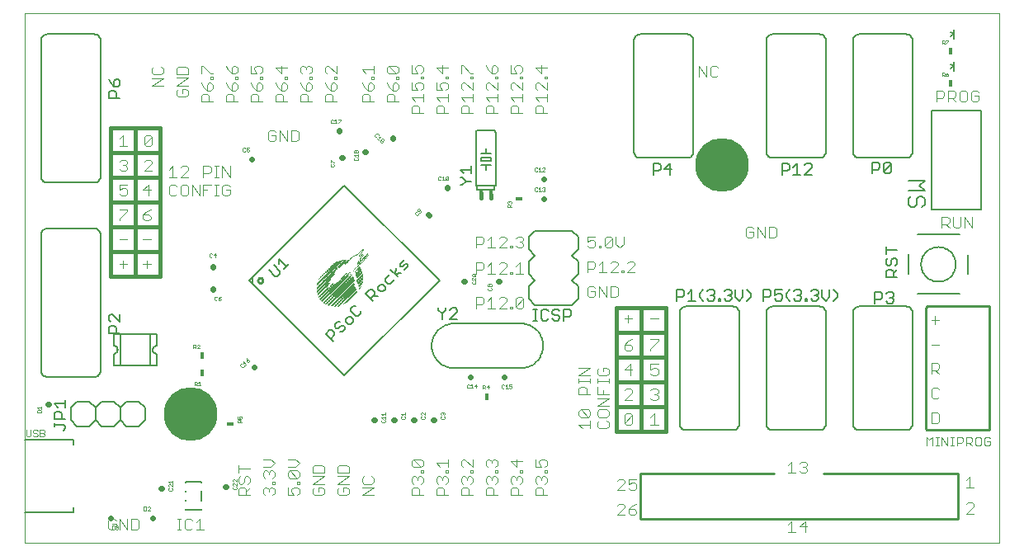
<source format=gto>
G75*
%MOIN*%
%OFA0B0*%
%FSLAX24Y24*%
%IPPOS*%
%LPD*%
%AMOC8*
5,1,8,0,0,1.08239X$1,22.5*
%
%ADD10C,0.0000*%
%ADD11C,0.0040*%
%ADD12C,0.2165*%
%ADD13C,0.0100*%
%ADD14C,0.0080*%
%ADD15C,0.0050*%
%ADD16C,0.0020*%
%ADD17C,0.0024*%
%ADD18C,0.0060*%
%ADD19C,0.0220*%
%ADD20C,0.0010*%
%ADD21C,0.0160*%
%ADD22R,0.0160X0.0230*%
%ADD23R,0.0180X0.0300*%
%ADD24R,0.0300X0.0180*%
D10*
X009750Y000930D02*
X009750Y022326D01*
X049120Y022326D01*
X049120Y000930D01*
X009750Y000930D01*
X015879Y006125D02*
X015881Y006172D01*
X015887Y006219D01*
X015896Y006265D01*
X015910Y006310D01*
X015927Y006354D01*
X015948Y006397D01*
X015972Y006437D01*
X015999Y006476D01*
X016030Y006512D01*
X016063Y006545D01*
X016099Y006576D01*
X016138Y006603D01*
X016178Y006627D01*
X016221Y006648D01*
X016265Y006665D01*
X016310Y006679D01*
X016356Y006688D01*
X016403Y006694D01*
X016450Y006696D01*
X016497Y006694D01*
X016544Y006688D01*
X016590Y006679D01*
X016635Y006665D01*
X016679Y006648D01*
X016722Y006627D01*
X016762Y006603D01*
X016801Y006576D01*
X016837Y006545D01*
X016870Y006512D01*
X016901Y006476D01*
X016928Y006437D01*
X016952Y006397D01*
X016973Y006354D01*
X016990Y006310D01*
X017004Y006265D01*
X017013Y006219D01*
X017019Y006172D01*
X017021Y006125D01*
X017019Y006078D01*
X017013Y006031D01*
X017004Y005985D01*
X016990Y005940D01*
X016973Y005896D01*
X016952Y005853D01*
X016928Y005813D01*
X016901Y005774D01*
X016870Y005738D01*
X016837Y005705D01*
X016801Y005674D01*
X016762Y005647D01*
X016722Y005623D01*
X016679Y005602D01*
X016635Y005585D01*
X016590Y005571D01*
X016544Y005562D01*
X016497Y005556D01*
X016450Y005554D01*
X016403Y005556D01*
X016356Y005562D01*
X016310Y005571D01*
X016265Y005585D01*
X016221Y005602D01*
X016178Y005623D01*
X016138Y005647D01*
X016099Y005674D01*
X016063Y005705D01*
X016030Y005738D01*
X015999Y005774D01*
X015972Y005813D01*
X015948Y005853D01*
X015927Y005896D01*
X015910Y005940D01*
X015896Y005985D01*
X015887Y006031D01*
X015881Y006078D01*
X015879Y006125D01*
X037334Y016165D02*
X037336Y016212D01*
X037342Y016259D01*
X037351Y016305D01*
X037365Y016350D01*
X037382Y016394D01*
X037403Y016437D01*
X037427Y016477D01*
X037454Y016516D01*
X037485Y016552D01*
X037518Y016585D01*
X037554Y016616D01*
X037593Y016643D01*
X037633Y016667D01*
X037676Y016688D01*
X037720Y016705D01*
X037765Y016719D01*
X037811Y016728D01*
X037858Y016734D01*
X037905Y016736D01*
X037952Y016734D01*
X037999Y016728D01*
X038045Y016719D01*
X038090Y016705D01*
X038134Y016688D01*
X038177Y016667D01*
X038217Y016643D01*
X038256Y016616D01*
X038292Y016585D01*
X038325Y016552D01*
X038356Y016516D01*
X038383Y016477D01*
X038407Y016437D01*
X038428Y016394D01*
X038445Y016350D01*
X038459Y016305D01*
X038468Y016259D01*
X038474Y016212D01*
X038476Y016165D01*
X038474Y016118D01*
X038468Y016071D01*
X038459Y016025D01*
X038445Y015980D01*
X038428Y015936D01*
X038407Y015893D01*
X038383Y015853D01*
X038356Y015814D01*
X038325Y015778D01*
X038292Y015745D01*
X038256Y015714D01*
X038217Y015687D01*
X038177Y015663D01*
X038134Y015642D01*
X038090Y015625D01*
X038045Y015611D01*
X037999Y015602D01*
X037952Y015596D01*
X037905Y015594D01*
X037858Y015596D01*
X037811Y015602D01*
X037765Y015611D01*
X037720Y015625D01*
X037676Y015642D01*
X037633Y015663D01*
X037593Y015687D01*
X037554Y015714D01*
X037518Y015745D01*
X037485Y015778D01*
X037454Y015814D01*
X037427Y015853D01*
X037403Y015893D01*
X037382Y015936D01*
X037365Y015980D01*
X037351Y016025D01*
X037342Y016071D01*
X037336Y016118D01*
X037334Y016165D01*
D11*
X038947Y013710D02*
X038870Y013634D01*
X038870Y013327D01*
X038947Y013250D01*
X039100Y013250D01*
X039177Y013327D01*
X039177Y013480D01*
X039023Y013480D01*
X039177Y013634D02*
X039100Y013710D01*
X038947Y013710D01*
X039330Y013710D02*
X039637Y013250D01*
X039637Y013710D01*
X039791Y013710D02*
X040021Y013710D01*
X040098Y013634D01*
X040098Y013327D01*
X040021Y013250D01*
X039791Y013250D01*
X039791Y013710D01*
X039330Y013710D02*
X039330Y013250D01*
X034388Y012234D02*
X034388Y012157D01*
X034081Y011850D01*
X034388Y011850D01*
X033928Y011850D02*
X033851Y011850D01*
X033851Y011927D01*
X033928Y011927D01*
X033928Y011850D01*
X033698Y011850D02*
X033391Y011850D01*
X033698Y012157D01*
X033698Y012234D01*
X033621Y012310D01*
X033468Y012310D01*
X033391Y012234D01*
X033084Y012310D02*
X033084Y011850D01*
X033237Y011850D02*
X032930Y011850D01*
X032700Y012003D02*
X032470Y012003D01*
X032470Y011850D02*
X032470Y012310D01*
X032700Y012310D01*
X032777Y012234D01*
X032777Y012080D01*
X032700Y012003D01*
X032930Y012157D02*
X033084Y012310D01*
X033007Y012850D02*
X032930Y012850D01*
X032930Y012927D01*
X033007Y012927D01*
X033007Y012850D01*
X033161Y012927D02*
X033237Y012850D01*
X033391Y012850D01*
X033468Y012927D01*
X033468Y013234D01*
X033161Y012927D01*
X033161Y013234D01*
X033237Y013310D01*
X033391Y013310D01*
X033468Y013234D01*
X033621Y013310D02*
X033621Y013003D01*
X033774Y012850D01*
X033928Y013003D01*
X033928Y013310D01*
X032777Y013310D02*
X032470Y013310D01*
X032470Y013080D01*
X032623Y013157D01*
X032700Y013157D01*
X032777Y013080D01*
X032777Y012927D01*
X032700Y012850D01*
X032547Y012850D01*
X032470Y012927D01*
X034081Y012234D02*
X034158Y012310D01*
X034312Y012310D01*
X034388Y012234D01*
X033621Y011310D02*
X033391Y011310D01*
X033391Y010850D01*
X033621Y010850D01*
X033698Y010927D01*
X033698Y011234D01*
X033621Y011310D01*
X033237Y011310D02*
X033237Y010850D01*
X032930Y011310D01*
X032930Y010850D01*
X032777Y010927D02*
X032777Y011080D01*
X032623Y011080D01*
X032470Y010927D02*
X032547Y010850D01*
X032700Y010850D01*
X032777Y010927D01*
X032777Y011234D02*
X032700Y011310D01*
X032547Y011310D01*
X032470Y011234D01*
X032470Y010927D01*
X033970Y009980D02*
X034277Y009980D01*
X034123Y010134D02*
X034123Y009827D01*
X035020Y009980D02*
X035327Y009980D01*
X035327Y009160D02*
X035327Y009084D01*
X035020Y008777D01*
X035020Y008700D01*
X035020Y009160D02*
X035327Y009160D01*
X034277Y009160D02*
X034123Y009084D01*
X033970Y008930D01*
X034200Y008930D01*
X034277Y008853D01*
X034277Y008777D01*
X034200Y008700D01*
X034047Y008700D01*
X033970Y008777D01*
X033970Y008930D01*
X034200Y008160D02*
X033970Y007930D01*
X034277Y007930D01*
X034200Y007700D02*
X034200Y008160D01*
X035020Y008160D02*
X035020Y007930D01*
X035173Y008007D01*
X035250Y008007D01*
X035327Y007930D01*
X035327Y007777D01*
X035250Y007700D01*
X035097Y007700D01*
X035020Y007777D01*
X035020Y008160D02*
X035327Y008160D01*
X035250Y007160D02*
X035327Y007084D01*
X035327Y007007D01*
X035250Y006930D01*
X035327Y006853D01*
X035327Y006777D01*
X035250Y006700D01*
X035097Y006700D01*
X035020Y006777D01*
X035173Y006930D02*
X035250Y006930D01*
X035250Y007160D02*
X035097Y007160D01*
X035020Y007084D01*
X034277Y007084D02*
X034200Y007160D01*
X034047Y007160D01*
X033970Y007084D01*
X034277Y007084D02*
X034277Y007007D01*
X033970Y006700D01*
X034277Y006700D01*
X033330Y006778D02*
X032870Y006778D01*
X032870Y006931D02*
X032870Y007238D01*
X032870Y007392D02*
X032870Y007545D01*
X032870Y007468D02*
X033330Y007468D01*
X033330Y007392D02*
X033330Y007545D01*
X033253Y007698D02*
X032946Y007698D01*
X032870Y007775D01*
X032870Y007929D01*
X032946Y008005D01*
X033100Y008005D02*
X033100Y007852D01*
X033100Y008005D02*
X033253Y008005D01*
X033330Y007929D01*
X033330Y007775D01*
X033253Y007698D01*
X032580Y007698D02*
X032120Y007698D01*
X032580Y008005D01*
X032120Y008005D01*
X032120Y007545D02*
X032120Y007392D01*
X032120Y007468D02*
X032580Y007468D01*
X032580Y007392D02*
X032580Y007545D01*
X032350Y007238D02*
X032427Y007161D01*
X032427Y006931D01*
X032580Y006931D02*
X032120Y006931D01*
X032120Y007161D01*
X032196Y007238D01*
X032350Y007238D01*
X032870Y006931D02*
X033330Y006931D01*
X033330Y006778D02*
X032870Y006471D01*
X033330Y006471D01*
X033253Y006317D02*
X032946Y006317D01*
X032870Y006241D01*
X032870Y006087D01*
X032946Y006010D01*
X033253Y006010D01*
X033330Y006087D01*
X033330Y006241D01*
X033253Y006317D01*
X032580Y006241D02*
X032580Y006087D01*
X032503Y006010D01*
X032196Y006317D01*
X032503Y006317D01*
X032580Y006241D01*
X032503Y006010D02*
X032196Y006010D01*
X032120Y006087D01*
X032120Y006241D01*
X032196Y006317D01*
X032580Y005857D02*
X032580Y005550D01*
X032580Y005703D02*
X032120Y005703D01*
X032273Y005550D01*
X032870Y005627D02*
X032870Y005780D01*
X032946Y005857D01*
X032870Y005627D02*
X032946Y005550D01*
X033253Y005550D01*
X033330Y005627D01*
X033330Y005780D01*
X033253Y005857D01*
X033970Y005777D02*
X033970Y006084D01*
X034047Y006160D01*
X034200Y006160D01*
X034277Y006084D01*
X033970Y005777D01*
X034047Y005700D01*
X034200Y005700D01*
X034277Y005777D01*
X034277Y006084D01*
X035020Y006007D02*
X035173Y006160D01*
X035173Y005700D01*
X035020Y005700D02*
X035327Y005700D01*
X033100Y006931D02*
X033100Y007085D01*
X030753Y004308D02*
X030830Y004231D01*
X030830Y004078D01*
X030753Y004001D01*
X030600Y004001D02*
X030523Y004154D01*
X030523Y004231D01*
X030600Y004308D01*
X030753Y004308D01*
X030600Y004001D02*
X030370Y004001D01*
X030370Y004308D01*
X029830Y004231D02*
X029370Y004231D01*
X029600Y004001D01*
X029600Y004308D01*
X029753Y003848D02*
X029830Y003848D01*
X029830Y003771D01*
X029753Y003771D01*
X029753Y003848D01*
X029753Y003617D02*
X029830Y003541D01*
X029830Y003387D01*
X029753Y003310D01*
X029600Y003157D02*
X029446Y003157D01*
X029370Y003080D01*
X029370Y002850D01*
X029830Y002850D01*
X029677Y002850D02*
X029677Y003080D01*
X029600Y003157D01*
X029446Y003310D02*
X029370Y003387D01*
X029370Y003541D01*
X029446Y003617D01*
X029523Y003617D01*
X029600Y003541D01*
X029677Y003617D01*
X029753Y003617D01*
X029600Y003541D02*
X029600Y003464D01*
X030370Y003387D02*
X030370Y003541D01*
X030446Y003617D01*
X030523Y003617D01*
X030600Y003541D01*
X030677Y003617D01*
X030753Y003617D01*
X030830Y003541D01*
X030830Y003387D01*
X030753Y003310D01*
X030600Y003157D02*
X030446Y003157D01*
X030370Y003080D01*
X030370Y002850D01*
X030830Y002850D01*
X030677Y002850D02*
X030677Y003080D01*
X030600Y003157D01*
X030446Y003310D02*
X030370Y003387D01*
X030600Y003464D02*
X030600Y003541D01*
X030753Y003771D02*
X030753Y003848D01*
X030830Y003848D01*
X030830Y003771D01*
X030753Y003771D01*
X028830Y003771D02*
X028830Y003848D01*
X028753Y003848D01*
X028753Y003771D01*
X028830Y003771D01*
X028753Y003617D02*
X028830Y003541D01*
X028830Y003387D01*
X028753Y003310D01*
X028600Y003157D02*
X028446Y003157D01*
X028370Y003080D01*
X028370Y002850D01*
X028830Y002850D01*
X028677Y002850D02*
X028677Y003080D01*
X028600Y003157D01*
X028446Y003310D02*
X028370Y003387D01*
X028370Y003541D01*
X028446Y003617D01*
X028523Y003617D01*
X028600Y003541D01*
X028677Y003617D01*
X028753Y003617D01*
X028600Y003541D02*
X028600Y003464D01*
X028753Y004001D02*
X028830Y004078D01*
X028830Y004231D01*
X028753Y004308D01*
X028677Y004308D01*
X028600Y004231D01*
X028600Y004154D01*
X028600Y004231D02*
X028523Y004308D01*
X028446Y004308D01*
X028370Y004231D01*
X028370Y004078D01*
X028446Y004001D01*
X027830Y004001D02*
X027523Y004308D01*
X027446Y004308D01*
X027370Y004231D01*
X027370Y004078D01*
X027446Y004001D01*
X027753Y003848D02*
X027830Y003848D01*
X027830Y003771D01*
X027753Y003771D01*
X027753Y003848D01*
X027830Y004001D02*
X027830Y004308D01*
X026830Y004308D02*
X026830Y004001D01*
X026830Y004154D02*
X026370Y004154D01*
X026523Y004001D01*
X026753Y003848D02*
X026830Y003848D01*
X026830Y003771D01*
X026753Y003771D01*
X026753Y003848D01*
X026753Y003617D02*
X026830Y003541D01*
X026830Y003387D01*
X026753Y003310D01*
X026600Y003157D02*
X026446Y003157D01*
X026370Y003080D01*
X026370Y002850D01*
X026830Y002850D01*
X026677Y002850D02*
X026677Y003080D01*
X026600Y003157D01*
X026446Y003310D02*
X026370Y003387D01*
X026370Y003541D01*
X026446Y003617D01*
X026523Y003617D01*
X026600Y003541D01*
X026677Y003617D01*
X026753Y003617D01*
X026600Y003541D02*
X026600Y003464D01*
X027370Y003387D02*
X027370Y003541D01*
X027446Y003617D01*
X027523Y003617D01*
X027600Y003541D01*
X027677Y003617D01*
X027753Y003617D01*
X027830Y003541D01*
X027830Y003387D01*
X027753Y003310D01*
X027600Y003157D02*
X027446Y003157D01*
X027370Y003080D01*
X027370Y002850D01*
X027830Y002850D01*
X027677Y002850D02*
X027677Y003080D01*
X027600Y003157D01*
X027446Y003310D02*
X027370Y003387D01*
X027600Y003464D02*
X027600Y003541D01*
X025830Y003541D02*
X025830Y003387D01*
X025753Y003310D01*
X025600Y003157D02*
X025446Y003157D01*
X025370Y003080D01*
X025370Y002850D01*
X025830Y002850D01*
X025677Y002850D02*
X025677Y003080D01*
X025600Y003157D01*
X025446Y003310D02*
X025370Y003387D01*
X025370Y003541D01*
X025446Y003617D01*
X025523Y003617D01*
X025600Y003541D01*
X025677Y003617D01*
X025753Y003617D01*
X025830Y003541D01*
X025830Y003771D02*
X025830Y003848D01*
X025753Y003848D01*
X025753Y003771D01*
X025830Y003771D01*
X025753Y004001D02*
X025446Y004001D01*
X025370Y004078D01*
X025370Y004231D01*
X025446Y004308D01*
X025753Y004001D01*
X025830Y004078D01*
X025830Y004231D01*
X025753Y004308D01*
X025446Y004308D01*
X025600Y003541D02*
X025600Y003464D01*
X023830Y003387D02*
X023830Y003541D01*
X023753Y003617D01*
X023830Y003387D02*
X023753Y003310D01*
X023446Y003310D01*
X023370Y003387D01*
X023370Y003541D01*
X023446Y003617D01*
X022830Y003617D02*
X022370Y003617D01*
X022370Y003771D02*
X022370Y004001D01*
X022446Y004078D01*
X022753Y004078D01*
X022830Y004001D01*
X022830Y003771D01*
X022370Y003771D01*
X022370Y003310D02*
X022830Y003617D01*
X022830Y003310D02*
X022370Y003310D01*
X022446Y003157D02*
X022370Y003080D01*
X022370Y002927D01*
X022446Y002850D01*
X022753Y002850D01*
X022830Y002927D01*
X022830Y003080D01*
X022753Y003157D01*
X022600Y003157D01*
X022600Y003003D01*
X023370Y002850D02*
X023830Y003157D01*
X023370Y003157D01*
X023370Y002850D02*
X023830Y002850D01*
X021830Y002927D02*
X021830Y003080D01*
X021753Y003157D01*
X021600Y003157D01*
X021600Y003003D01*
X021753Y002850D02*
X021446Y002850D01*
X021370Y002927D01*
X021370Y003080D01*
X021446Y003157D01*
X021370Y003310D02*
X021830Y003617D01*
X021370Y003617D01*
X021370Y003771D02*
X021370Y004001D01*
X021446Y004078D01*
X021753Y004078D01*
X021830Y004001D01*
X021830Y003771D01*
X021370Y003771D01*
X020830Y003771D02*
X020830Y003617D01*
X020753Y003541D01*
X020446Y003848D01*
X020753Y003848D01*
X020830Y003771D01*
X020753Y003541D02*
X020446Y003541D01*
X020370Y003617D01*
X020370Y003771D01*
X020446Y003848D01*
X020370Y004001D02*
X020677Y004001D01*
X020830Y004154D01*
X020677Y004308D01*
X020370Y004308D01*
X019830Y004154D02*
X019677Y004001D01*
X019370Y004001D01*
X019446Y003848D02*
X019523Y003848D01*
X019600Y003771D01*
X019677Y003848D01*
X019753Y003848D01*
X019830Y003771D01*
X019830Y003617D01*
X019753Y003541D01*
X019753Y003387D02*
X019830Y003387D01*
X019830Y003310D01*
X019753Y003310D01*
X019753Y003387D01*
X019753Y003157D02*
X019830Y003080D01*
X019830Y002927D01*
X019753Y002850D01*
X019600Y003003D02*
X019600Y003080D01*
X019677Y003157D01*
X019753Y003157D01*
X019600Y003080D02*
X019523Y003157D01*
X019446Y003157D01*
X019370Y003080D01*
X019370Y002927D01*
X019446Y002850D01*
X018830Y002850D02*
X018370Y002850D01*
X018370Y003080D01*
X018446Y003157D01*
X018600Y003157D01*
X018677Y003080D01*
X018677Y002850D01*
X018677Y003003D02*
X018830Y003157D01*
X018753Y003310D02*
X018830Y003387D01*
X018830Y003541D01*
X018753Y003617D01*
X018677Y003617D01*
X018600Y003541D01*
X018600Y003387D01*
X018523Y003310D01*
X018446Y003310D01*
X018370Y003387D01*
X018370Y003541D01*
X018446Y003617D01*
X018370Y003771D02*
X018370Y004078D01*
X018370Y003924D02*
X018830Y003924D01*
X019370Y003771D02*
X019446Y003848D01*
X019370Y003771D02*
X019370Y003617D01*
X019446Y003541D01*
X019600Y003694D02*
X019600Y003771D01*
X019830Y004154D02*
X019677Y004308D01*
X019370Y004308D01*
X020753Y003387D02*
X020830Y003387D01*
X020830Y003310D01*
X020753Y003310D01*
X020753Y003387D01*
X020753Y003157D02*
X020830Y003080D01*
X020830Y002927D01*
X020753Y002850D01*
X020600Y002850D02*
X020523Y003003D01*
X020523Y003080D01*
X020600Y003157D01*
X020753Y003157D01*
X020600Y002850D02*
X020370Y002850D01*
X020370Y003157D01*
X021370Y003310D02*
X021830Y003310D01*
X021830Y002927D02*
X021753Y002850D01*
X016967Y001450D02*
X016660Y001450D01*
X016813Y001450D02*
X016813Y001910D01*
X016660Y001757D01*
X016506Y001834D02*
X016429Y001910D01*
X016276Y001910D01*
X016199Y001834D01*
X016199Y001527D01*
X016276Y001450D01*
X016429Y001450D01*
X016506Y001527D01*
X016046Y001450D02*
X015892Y001450D01*
X015969Y001450D02*
X015969Y001910D01*
X015892Y001910D02*
X016046Y001910D01*
X014348Y001834D02*
X014348Y001527D01*
X014271Y001450D01*
X014041Y001450D01*
X014041Y001910D01*
X014271Y001910D01*
X014348Y001834D01*
X013887Y001910D02*
X013887Y001450D01*
X013580Y001910D01*
X013580Y001450D01*
X013427Y001527D02*
X013427Y001680D01*
X013273Y001680D01*
X013120Y001527D02*
X013120Y001834D01*
X013197Y001910D01*
X013350Y001910D01*
X013427Y001834D01*
X013427Y001527D02*
X013350Y001450D01*
X013197Y001450D01*
X013120Y001527D01*
X027970Y010400D02*
X027970Y010860D01*
X028200Y010860D01*
X028277Y010784D01*
X028277Y010630D01*
X028200Y010553D01*
X027970Y010553D01*
X028430Y010400D02*
X028737Y010400D01*
X028584Y010400D02*
X028584Y010860D01*
X028430Y010707D01*
X028891Y010784D02*
X028968Y010860D01*
X029121Y010860D01*
X029198Y010784D01*
X029198Y010707D01*
X028891Y010400D01*
X029198Y010400D01*
X029351Y010400D02*
X029428Y010400D01*
X029428Y010477D01*
X029351Y010477D01*
X029351Y010400D01*
X029581Y010477D02*
X029888Y010784D01*
X029888Y010477D01*
X029812Y010400D01*
X029658Y010400D01*
X029581Y010477D01*
X029581Y010784D01*
X029658Y010860D01*
X029812Y010860D01*
X029888Y010784D01*
X029888Y011800D02*
X029581Y011800D01*
X029428Y011800D02*
X029351Y011800D01*
X029351Y011877D01*
X029428Y011877D01*
X029428Y011800D01*
X029198Y011800D02*
X028891Y011800D01*
X029198Y012107D01*
X029198Y012184D01*
X029121Y012260D01*
X028968Y012260D01*
X028891Y012184D01*
X028584Y012260D02*
X028584Y011800D01*
X028737Y011800D02*
X028430Y011800D01*
X028200Y011953D02*
X027970Y011953D01*
X027970Y011800D02*
X027970Y012260D01*
X028200Y012260D01*
X028277Y012184D01*
X028277Y012030D01*
X028200Y011953D01*
X028430Y012107D02*
X028584Y012260D01*
X028584Y012850D02*
X028584Y013310D01*
X028430Y013157D01*
X028277Y013234D02*
X028277Y013080D01*
X028200Y013003D01*
X027970Y013003D01*
X027970Y012850D02*
X027970Y013310D01*
X028200Y013310D01*
X028277Y013234D01*
X028891Y013234D02*
X028968Y013310D01*
X029121Y013310D01*
X029198Y013234D01*
X029198Y013157D01*
X028891Y012850D01*
X029198Y012850D01*
X029351Y012850D02*
X029428Y012850D01*
X029428Y012927D01*
X029351Y012927D01*
X029351Y012850D01*
X029581Y012927D02*
X029658Y012850D01*
X029812Y012850D01*
X029888Y012927D01*
X029888Y013003D01*
X029812Y013080D01*
X029735Y013080D01*
X029812Y013080D02*
X029888Y013157D01*
X029888Y013234D01*
X029812Y013310D01*
X029658Y013310D01*
X029581Y013234D01*
X028737Y012850D02*
X028430Y012850D01*
X029581Y012107D02*
X029735Y012260D01*
X029735Y011800D01*
X020798Y017227D02*
X020798Y017534D01*
X020721Y017610D01*
X020491Y017610D01*
X020491Y017150D01*
X020721Y017150D01*
X020798Y017227D01*
X020337Y017150D02*
X020337Y017610D01*
X020030Y017610D02*
X020337Y017150D01*
X020030Y017150D02*
X020030Y017610D01*
X019877Y017534D02*
X019800Y017610D01*
X019647Y017610D01*
X019570Y017534D01*
X019570Y017227D01*
X019647Y017150D01*
X019800Y017150D01*
X019877Y017227D01*
X019877Y017380D01*
X019723Y017380D01*
X018025Y016160D02*
X018025Y015700D01*
X017718Y016160D01*
X017718Y015700D01*
X017565Y015700D02*
X017412Y015700D01*
X017488Y015700D02*
X017488Y016160D01*
X017412Y016160D02*
X017565Y016160D01*
X017258Y016084D02*
X017258Y015930D01*
X017181Y015853D01*
X016951Y015853D01*
X016951Y015700D02*
X016951Y016160D01*
X017181Y016160D01*
X017258Y016084D01*
X016337Y016084D02*
X016261Y016160D01*
X016107Y016160D01*
X016030Y016084D01*
X016337Y016084D02*
X016337Y016007D01*
X016030Y015700D01*
X016337Y015700D01*
X015877Y015700D02*
X015570Y015700D01*
X015723Y015700D02*
X015723Y016160D01*
X015570Y016007D01*
X014877Y015950D02*
X014570Y015950D01*
X014877Y016257D01*
X014877Y016334D01*
X014800Y016410D01*
X014647Y016410D01*
X014570Y016334D01*
X013877Y016334D02*
X013877Y016257D01*
X013800Y016180D01*
X013877Y016103D01*
X013877Y016027D01*
X013800Y015950D01*
X013647Y015950D01*
X013570Y016027D01*
X013723Y016180D02*
X013800Y016180D01*
X013877Y016334D02*
X013800Y016410D01*
X013647Y016410D01*
X013570Y016334D01*
X013570Y016950D02*
X013877Y016950D01*
X013723Y016950D02*
X013723Y017410D01*
X013570Y017257D01*
X014570Y017334D02*
X014570Y017027D01*
X014877Y017334D01*
X014877Y017027D01*
X014800Y016950D01*
X014647Y016950D01*
X014570Y017027D01*
X014570Y017334D02*
X014647Y017410D01*
X014800Y017410D01*
X014877Y017334D01*
X016870Y018750D02*
X016870Y018980D01*
X016946Y019057D01*
X017100Y019057D01*
X017177Y018980D01*
X017177Y018750D01*
X017330Y018750D02*
X016870Y018750D01*
X016330Y019027D02*
X016330Y019180D01*
X016253Y019257D01*
X016100Y019257D01*
X016100Y019103D01*
X016253Y018950D02*
X016330Y019027D01*
X016253Y018950D02*
X015946Y018950D01*
X015870Y019027D01*
X015870Y019180D01*
X015946Y019257D01*
X015870Y019410D02*
X016330Y019717D01*
X015870Y019717D01*
X015870Y019871D02*
X015870Y020101D01*
X015946Y020178D01*
X016253Y020178D01*
X016330Y020101D01*
X016330Y019871D01*
X015870Y019871D01*
X015330Y019937D02*
X015330Y020091D01*
X015253Y020167D01*
X015330Y019937D02*
X015253Y019860D01*
X014946Y019860D01*
X014870Y019937D01*
X014870Y020091D01*
X014946Y020167D01*
X014870Y019707D02*
X015330Y019707D01*
X014870Y019400D01*
X015330Y019400D01*
X015870Y019410D02*
X016330Y019410D01*
X016870Y019517D02*
X016946Y019364D01*
X017100Y019210D01*
X017100Y019441D01*
X017177Y019517D01*
X017253Y019517D01*
X017330Y019441D01*
X017330Y019287D01*
X017253Y019210D01*
X017100Y019210D01*
X017870Y018980D02*
X017946Y019057D01*
X018100Y019057D01*
X018177Y018980D01*
X018177Y018750D01*
X018330Y018750D02*
X017870Y018750D01*
X017870Y018980D01*
X018100Y019210D02*
X017946Y019364D01*
X017870Y019517D01*
X018100Y019441D02*
X018100Y019210D01*
X018253Y019210D01*
X018330Y019287D01*
X018330Y019441D01*
X018253Y019517D01*
X018177Y019517D01*
X018100Y019441D01*
X018253Y019671D02*
X018253Y019748D01*
X018330Y019748D01*
X018330Y019671D01*
X018253Y019671D01*
X018253Y019901D02*
X018330Y019978D01*
X018330Y020131D01*
X018253Y020208D01*
X018177Y020208D01*
X018100Y020131D01*
X018100Y019901D01*
X018253Y019901D01*
X018100Y019901D02*
X017946Y020054D01*
X017870Y020208D01*
X017330Y019901D02*
X017253Y019901D01*
X016946Y020208D01*
X016870Y020208D01*
X016870Y019901D01*
X017253Y019748D02*
X017330Y019748D01*
X017330Y019671D01*
X017253Y019671D01*
X017253Y019748D01*
X018870Y019901D02*
X019100Y019901D01*
X019023Y020054D01*
X019023Y020131D01*
X019100Y020208D01*
X019253Y020208D01*
X019330Y020131D01*
X019330Y019978D01*
X019253Y019901D01*
X019253Y019748D02*
X019330Y019748D01*
X019330Y019671D01*
X019253Y019671D01*
X019253Y019748D01*
X019253Y019517D02*
X019177Y019517D01*
X019100Y019441D01*
X019100Y019210D01*
X019253Y019210D01*
X019330Y019287D01*
X019330Y019441D01*
X019253Y019517D01*
X018946Y019364D02*
X019100Y019210D01*
X019100Y019057D02*
X018946Y019057D01*
X018870Y018980D01*
X018870Y018750D01*
X019330Y018750D01*
X019177Y018750D02*
X019177Y018980D01*
X019100Y019057D01*
X018946Y019364D02*
X018870Y019517D01*
X018870Y019901D02*
X018870Y020208D01*
X019870Y020131D02*
X020100Y019901D01*
X020100Y020208D01*
X020330Y020131D02*
X019870Y020131D01*
X020253Y019748D02*
X020330Y019748D01*
X020330Y019671D01*
X020253Y019671D01*
X020253Y019748D01*
X020253Y019517D02*
X020177Y019517D01*
X020100Y019441D01*
X020100Y019210D01*
X020253Y019210D01*
X020330Y019287D01*
X020330Y019441D01*
X020253Y019517D01*
X019946Y019364D02*
X020100Y019210D01*
X020100Y019057D02*
X019946Y019057D01*
X019870Y018980D01*
X019870Y018750D01*
X020330Y018750D01*
X020177Y018750D02*
X020177Y018980D01*
X020100Y019057D01*
X019946Y019364D02*
X019870Y019517D01*
X020870Y019517D02*
X020946Y019364D01*
X021100Y019210D01*
X021100Y019441D01*
X021177Y019517D01*
X021253Y019517D01*
X021330Y019441D01*
X021330Y019287D01*
X021253Y019210D01*
X021100Y019210D01*
X021100Y019057D02*
X020946Y019057D01*
X020870Y018980D01*
X020870Y018750D01*
X021330Y018750D01*
X021177Y018750D02*
X021177Y018980D01*
X021100Y019057D01*
X021870Y018980D02*
X021870Y018750D01*
X022330Y018750D01*
X022177Y018750D02*
X022177Y018980D01*
X022100Y019057D01*
X021946Y019057D01*
X021870Y018980D01*
X022100Y019210D02*
X021946Y019364D01*
X021870Y019517D01*
X022100Y019441D02*
X022100Y019210D01*
X022253Y019210D01*
X022330Y019287D01*
X022330Y019441D01*
X022253Y019517D01*
X022177Y019517D01*
X022100Y019441D01*
X022253Y019671D02*
X022253Y019748D01*
X022330Y019748D01*
X022330Y019671D01*
X022253Y019671D01*
X022330Y019901D02*
X022023Y020208D01*
X021946Y020208D01*
X021870Y020131D01*
X021870Y019978D01*
X021946Y019901D01*
X022330Y019901D02*
X022330Y020208D01*
X021330Y020131D02*
X021330Y019978D01*
X021253Y019901D01*
X021253Y019748D02*
X021330Y019748D01*
X021330Y019671D01*
X021253Y019671D01*
X021253Y019748D01*
X021100Y020054D02*
X021100Y020131D01*
X021177Y020208D01*
X021253Y020208D01*
X021330Y020131D01*
X021100Y020131D02*
X021023Y020208D01*
X020946Y020208D01*
X020870Y020131D01*
X020870Y019978D01*
X020946Y019901D01*
X023370Y020054D02*
X023830Y020054D01*
X023830Y019901D02*
X023830Y020208D01*
X023523Y019901D02*
X023370Y020054D01*
X023753Y019748D02*
X023830Y019748D01*
X023830Y019671D01*
X023753Y019671D01*
X023753Y019748D01*
X023753Y019517D02*
X023677Y019517D01*
X023600Y019441D01*
X023600Y019210D01*
X023753Y019210D01*
X023830Y019287D01*
X023830Y019441D01*
X023753Y019517D01*
X023446Y019364D02*
X023600Y019210D01*
X023600Y019057D02*
X023446Y019057D01*
X023370Y018980D01*
X023370Y018750D01*
X023830Y018750D01*
X023677Y018750D02*
X023677Y018980D01*
X023600Y019057D01*
X023446Y019364D02*
X023370Y019517D01*
X024370Y019517D02*
X024446Y019364D01*
X024600Y019210D01*
X024600Y019441D01*
X024677Y019517D01*
X024753Y019517D01*
X024830Y019441D01*
X024830Y019287D01*
X024753Y019210D01*
X024600Y019210D01*
X024600Y019057D02*
X024446Y019057D01*
X024370Y018980D01*
X024370Y018750D01*
X024830Y018750D01*
X024677Y018750D02*
X024677Y018980D01*
X024600Y019057D01*
X025370Y018914D02*
X025830Y018914D01*
X025830Y019067D02*
X025830Y018760D01*
X025677Y018530D02*
X025677Y018300D01*
X025830Y018300D02*
X025370Y018300D01*
X025370Y018530D01*
X025446Y018607D01*
X025600Y018607D01*
X025677Y018530D01*
X025523Y018760D02*
X025370Y018914D01*
X025370Y019221D02*
X025600Y019221D01*
X025523Y019374D01*
X025523Y019451D01*
X025600Y019528D01*
X025753Y019528D01*
X025830Y019451D01*
X025830Y019298D01*
X025753Y019221D01*
X025370Y019221D02*
X025370Y019528D01*
X025753Y019681D02*
X025753Y019758D01*
X025830Y019758D01*
X025830Y019681D01*
X025753Y019681D01*
X025753Y019911D02*
X025830Y019988D01*
X025830Y020142D01*
X025753Y020218D01*
X025600Y020218D01*
X025523Y020142D01*
X025523Y020065D01*
X025600Y019911D01*
X025370Y019911D01*
X025370Y020218D01*
X024830Y020131D02*
X024830Y019978D01*
X024753Y019901D01*
X024446Y020208D01*
X024753Y020208D01*
X024830Y020131D01*
X024753Y019901D02*
X024446Y019901D01*
X024370Y019978D01*
X024370Y020131D01*
X024446Y020208D01*
X024753Y019748D02*
X024830Y019748D01*
X024830Y019671D01*
X024753Y019671D01*
X024753Y019748D01*
X026370Y019528D02*
X026370Y019221D01*
X026600Y019221D01*
X026523Y019374D01*
X026523Y019451D01*
X026600Y019528D01*
X026753Y019528D01*
X026830Y019451D01*
X026830Y019298D01*
X026753Y019221D01*
X026830Y019067D02*
X026830Y018760D01*
X026830Y018914D02*
X026370Y018914D01*
X026523Y018760D01*
X026446Y018607D02*
X026600Y018607D01*
X026677Y018530D01*
X026677Y018300D01*
X026830Y018300D02*
X026370Y018300D01*
X026370Y018530D01*
X026446Y018607D01*
X027370Y018530D02*
X027370Y018300D01*
X027830Y018300D01*
X027677Y018300D02*
X027677Y018530D01*
X027600Y018607D01*
X027446Y018607D01*
X027370Y018530D01*
X027523Y018760D02*
X027370Y018914D01*
X027830Y018914D01*
X027830Y019067D02*
X027830Y018760D01*
X028370Y018914D02*
X028830Y018914D01*
X028830Y019067D02*
X028830Y018760D01*
X028677Y018530D02*
X028677Y018300D01*
X028830Y018300D02*
X028370Y018300D01*
X028370Y018530D01*
X028446Y018607D01*
X028600Y018607D01*
X028677Y018530D01*
X028523Y018760D02*
X028370Y018914D01*
X028446Y019221D02*
X028370Y019298D01*
X028370Y019451D01*
X028446Y019528D01*
X028523Y019528D01*
X028830Y019221D01*
X028830Y019528D01*
X028830Y019681D02*
X028830Y019758D01*
X028753Y019758D01*
X028753Y019681D01*
X028830Y019681D01*
X028753Y019911D02*
X028830Y019988D01*
X028830Y020142D01*
X028753Y020218D01*
X028677Y020218D01*
X028600Y020142D01*
X028600Y019911D01*
X028753Y019911D01*
X028600Y019911D02*
X028446Y020065D01*
X028370Y020218D01*
X027830Y019911D02*
X027753Y019911D01*
X027446Y020218D01*
X027370Y020218D01*
X027370Y019911D01*
X027753Y019758D02*
X027830Y019758D01*
X027830Y019681D01*
X027753Y019681D01*
X027753Y019758D01*
X027830Y019528D02*
X027830Y019221D01*
X027523Y019528D01*
X027446Y019528D01*
X027370Y019451D01*
X027370Y019298D01*
X027446Y019221D01*
X026830Y019681D02*
X026830Y019758D01*
X026753Y019758D01*
X026753Y019681D01*
X026830Y019681D01*
X026600Y019911D02*
X026600Y020218D01*
X026830Y020142D02*
X026370Y020142D01*
X026600Y019911D01*
X029370Y019911D02*
X029600Y019911D01*
X029523Y020065D01*
X029523Y020142D01*
X029600Y020218D01*
X029753Y020218D01*
X029830Y020142D01*
X029830Y019988D01*
X029753Y019911D01*
X029753Y019758D02*
X029830Y019758D01*
X029830Y019681D01*
X029753Y019681D01*
X029753Y019758D01*
X029830Y019528D02*
X029830Y019221D01*
X029523Y019528D01*
X029446Y019528D01*
X029370Y019451D01*
X029370Y019298D01*
X029446Y019221D01*
X029370Y018914D02*
X029830Y018914D01*
X029830Y019067D02*
X029830Y018760D01*
X029677Y018530D02*
X029677Y018300D01*
X029830Y018300D02*
X029370Y018300D01*
X029370Y018530D01*
X029446Y018607D01*
X029600Y018607D01*
X029677Y018530D01*
X029523Y018760D02*
X029370Y018914D01*
X030370Y018914D02*
X030830Y018914D01*
X030830Y019067D02*
X030830Y018760D01*
X030677Y018530D02*
X030677Y018300D01*
X030830Y018300D02*
X030370Y018300D01*
X030370Y018530D01*
X030446Y018607D01*
X030600Y018607D01*
X030677Y018530D01*
X030523Y018760D02*
X030370Y018914D01*
X030446Y019221D02*
X030370Y019298D01*
X030370Y019451D01*
X030446Y019528D01*
X030523Y019528D01*
X030830Y019221D01*
X030830Y019528D01*
X030830Y019681D02*
X030830Y019758D01*
X030753Y019758D01*
X030753Y019681D01*
X030830Y019681D01*
X030600Y019911D02*
X030600Y020218D01*
X030830Y020142D02*
X030370Y020142D01*
X030600Y019911D01*
X029370Y019911D02*
X029370Y020218D01*
X036970Y020210D02*
X036970Y019750D01*
X037277Y019750D02*
X037277Y020210D01*
X037430Y020134D02*
X037430Y019827D01*
X037507Y019750D01*
X037661Y019750D01*
X037737Y019827D01*
X037277Y019750D02*
X036970Y020210D01*
X037430Y020134D02*
X037507Y020210D01*
X037661Y020210D01*
X037737Y020134D01*
X046578Y019210D02*
X046578Y018750D01*
X046578Y018903D02*
X046809Y018903D01*
X046885Y018980D01*
X046885Y019134D01*
X046809Y019210D01*
X046578Y019210D01*
X047039Y019210D02*
X047269Y019210D01*
X047346Y019134D01*
X047346Y018980D01*
X047269Y018903D01*
X047039Y018903D01*
X047039Y018750D02*
X047039Y019210D01*
X047499Y019134D02*
X047499Y018827D01*
X047576Y018750D01*
X047729Y018750D01*
X047806Y018827D01*
X047806Y019134D01*
X047729Y019210D01*
X047576Y019210D01*
X047499Y019134D01*
X047192Y018903D02*
X047346Y018750D01*
X047960Y018827D02*
X047960Y019134D01*
X048036Y019210D01*
X048190Y019210D01*
X048267Y019134D01*
X048267Y018980D02*
X048113Y018980D01*
X048267Y018980D02*
X048267Y018827D01*
X048190Y018750D01*
X048036Y018750D01*
X047960Y018827D01*
X048017Y014110D02*
X048017Y013650D01*
X047710Y014110D01*
X047710Y013650D01*
X047556Y013727D02*
X047556Y014110D01*
X047249Y014110D02*
X047249Y013727D01*
X047326Y013650D01*
X047479Y013650D01*
X047556Y013727D01*
X047096Y013650D02*
X046942Y013803D01*
X047019Y013803D02*
X046789Y013803D01*
X046789Y013650D02*
X046789Y014110D01*
X047019Y014110D01*
X047096Y014034D01*
X047096Y013880D01*
X047019Y013803D01*
X046523Y010084D02*
X046523Y009777D01*
X046370Y009930D02*
X046677Y009930D01*
X046677Y008930D02*
X046370Y008930D01*
X046370Y008210D02*
X046600Y008210D01*
X046677Y008134D01*
X046677Y007980D01*
X046600Y007903D01*
X046370Y007903D01*
X046370Y007750D02*
X046370Y008210D01*
X046523Y007903D02*
X046677Y007750D01*
X046600Y007210D02*
X046447Y007210D01*
X046370Y007134D01*
X046370Y006827D01*
X046447Y006750D01*
X046600Y006750D01*
X046677Y006827D01*
X046677Y007134D02*
X046600Y007210D01*
X046600Y006210D02*
X046370Y006210D01*
X046370Y005750D01*
X046600Y005750D01*
X046677Y005827D01*
X046677Y006134D01*
X046600Y006210D01*
X046597Y005210D02*
X046597Y004850D01*
X046537Y004850D02*
X046657Y004850D01*
X046783Y004850D02*
X046783Y005210D01*
X047023Y004850D01*
X047023Y005210D01*
X047151Y005210D02*
X047271Y005210D01*
X047211Y005210D02*
X047211Y004850D01*
X047151Y004850D02*
X047271Y004850D01*
X047397Y004850D02*
X047397Y005210D01*
X047577Y005210D01*
X047637Y005150D01*
X047637Y005030D01*
X047577Y004970D01*
X047397Y004970D01*
X047765Y004970D02*
X047945Y004970D01*
X048005Y005030D01*
X048005Y005150D01*
X047945Y005210D01*
X047765Y005210D01*
X047765Y004850D01*
X047885Y004970D02*
X048005Y004850D01*
X048133Y004910D02*
X048193Y004850D01*
X048314Y004850D01*
X048374Y004910D01*
X048374Y005150D01*
X048314Y005210D01*
X048193Y005210D01*
X048133Y005150D01*
X048133Y004910D01*
X048502Y004910D02*
X048502Y005150D01*
X048562Y005210D01*
X048682Y005210D01*
X048742Y005150D01*
X048742Y005030D02*
X048622Y005030D01*
X048742Y005030D02*
X048742Y004910D01*
X048682Y004850D01*
X048562Y004850D01*
X048502Y004910D01*
X046657Y005210D02*
X046537Y005210D01*
X046409Y005210D02*
X046409Y004850D01*
X046169Y004850D02*
X046169Y005210D01*
X046289Y005090D01*
X046409Y005210D01*
X047923Y003610D02*
X047923Y003150D01*
X047770Y003150D02*
X048077Y003150D01*
X047770Y003457D02*
X047923Y003610D01*
X047847Y002560D02*
X047770Y002484D01*
X047847Y002560D02*
X048000Y002560D01*
X048077Y002484D01*
X048077Y002407D01*
X047770Y002100D01*
X048077Y002100D01*
X041337Y001580D02*
X041030Y001580D01*
X041261Y001810D01*
X041261Y001350D01*
X040877Y001350D02*
X040570Y001350D01*
X040723Y001350D02*
X040723Y001810D01*
X040570Y001657D01*
X040570Y003750D02*
X040877Y003750D01*
X040723Y003750D02*
X040723Y004210D01*
X040570Y004057D01*
X041030Y004134D02*
X041107Y004210D01*
X041261Y004210D01*
X041337Y004134D01*
X041337Y004057D01*
X041261Y003980D01*
X041337Y003903D01*
X041337Y003827D01*
X041261Y003750D01*
X041107Y003750D01*
X041030Y003827D01*
X041184Y003980D02*
X041261Y003980D01*
X034437Y003510D02*
X034130Y003510D01*
X034130Y003280D01*
X034284Y003357D01*
X034361Y003357D01*
X034437Y003280D01*
X034437Y003127D01*
X034361Y003050D01*
X034207Y003050D01*
X034130Y003127D01*
X033977Y003050D02*
X033670Y003050D01*
X033977Y003357D01*
X033977Y003434D01*
X033900Y003510D01*
X033747Y003510D01*
X033670Y003434D01*
X033747Y002510D02*
X033670Y002434D01*
X033747Y002510D02*
X033900Y002510D01*
X033977Y002434D01*
X033977Y002357D01*
X033670Y002050D01*
X033977Y002050D01*
X034130Y002127D02*
X034207Y002050D01*
X034361Y002050D01*
X034437Y002127D01*
X034437Y002203D01*
X034361Y002280D01*
X034130Y002280D01*
X034130Y002127D01*
X034130Y002280D02*
X034284Y002434D01*
X034437Y002510D01*
X014827Y012180D02*
X014520Y012180D01*
X014673Y012027D02*
X014673Y012334D01*
X013877Y012180D02*
X013570Y012180D01*
X013723Y012027D02*
X013723Y012334D01*
X013570Y013180D02*
X013877Y013180D01*
X014520Y013180D02*
X014827Y013180D01*
X014750Y013950D02*
X014827Y014027D01*
X014827Y014103D01*
X014750Y014180D01*
X014520Y014180D01*
X014520Y014027D01*
X014597Y013950D01*
X014750Y013950D01*
X014520Y014180D02*
X014673Y014334D01*
X014827Y014410D01*
X014750Y014950D02*
X014750Y015410D01*
X014520Y015180D01*
X014827Y015180D01*
X015570Y015027D02*
X015647Y014950D01*
X015800Y014950D01*
X015877Y015027D01*
X016030Y015027D02*
X016107Y014950D01*
X016261Y014950D01*
X016337Y015027D01*
X016337Y015334D01*
X016261Y015410D01*
X016107Y015410D01*
X016030Y015334D01*
X016030Y015027D01*
X015877Y015334D02*
X015800Y015410D01*
X015647Y015410D01*
X015570Y015334D01*
X015570Y015027D01*
X016491Y014950D02*
X016491Y015410D01*
X016798Y014950D01*
X016798Y015410D01*
X016951Y015410D02*
X017258Y015410D01*
X017412Y015410D02*
X017565Y015410D01*
X017488Y015410D02*
X017488Y014950D01*
X017412Y014950D02*
X017565Y014950D01*
X017718Y015027D02*
X017795Y014950D01*
X017949Y014950D01*
X018025Y015027D01*
X018025Y015180D01*
X017872Y015180D01*
X017718Y015334D02*
X017718Y015027D01*
X017718Y015334D02*
X017795Y015410D01*
X017949Y015410D01*
X018025Y015334D01*
X017105Y015180D02*
X016951Y015180D01*
X016951Y014950D02*
X016951Y015410D01*
X013877Y015410D02*
X013570Y015410D01*
X013570Y015180D01*
X013723Y015257D01*
X013800Y015257D01*
X013877Y015180D01*
X013877Y015027D01*
X013800Y014950D01*
X013647Y014950D01*
X013570Y015027D01*
X013570Y014410D02*
X013877Y014410D01*
X013877Y014334D01*
X013570Y014027D01*
X013570Y013950D01*
D12*
X016450Y006130D03*
X037900Y016180D03*
D13*
X046150Y010430D02*
X046150Y005530D01*
X046152Y005517D01*
X046157Y005505D01*
X046165Y005495D01*
X046175Y005487D01*
X046187Y005482D01*
X046200Y005480D01*
X048700Y005480D01*
X048700Y010480D01*
X046200Y010480D01*
X046187Y010478D01*
X046175Y010473D01*
X046165Y010465D01*
X046157Y010455D01*
X046152Y010443D01*
X046150Y010430D01*
X047450Y003730D02*
X042000Y003730D01*
X040000Y003730D02*
X034600Y003730D01*
X034600Y001880D01*
X047450Y001880D01*
X047450Y003730D01*
X019156Y011530D02*
X019158Y011550D01*
X019164Y011568D01*
X019173Y011586D01*
X019185Y011601D01*
X019200Y011613D01*
X019218Y011622D01*
X019236Y011628D01*
X019256Y011630D01*
X019276Y011628D01*
X019294Y011622D01*
X019312Y011613D01*
X019327Y011601D01*
X019339Y011586D01*
X019348Y011568D01*
X019354Y011550D01*
X019356Y011530D01*
X019354Y011510D01*
X019348Y011492D01*
X019339Y011474D01*
X019327Y011459D01*
X019312Y011447D01*
X019294Y011438D01*
X019276Y011432D01*
X019256Y011430D01*
X019236Y011432D01*
X019218Y011438D01*
X019200Y011447D01*
X019185Y011459D01*
X019173Y011474D01*
X019164Y011492D01*
X019158Y011510D01*
X019156Y011530D01*
D14*
X018948Y011391D02*
X018948Y011669D01*
X018809Y011530D02*
X022650Y007689D01*
X026491Y011530D01*
X025215Y012101D02*
X025066Y011952D01*
X025016Y012101D02*
X024917Y012101D01*
X024917Y012200D01*
X025066Y012348D01*
X025116Y012200D02*
X025016Y012101D01*
X025116Y012200D02*
X025215Y012200D01*
X025215Y012101D01*
X024943Y011829D02*
X024696Y011780D01*
X024745Y012027D01*
X024498Y011978D02*
X024795Y011681D01*
X024667Y011553D02*
X024519Y011405D01*
X024420Y011405D01*
X024321Y011504D01*
X024321Y011603D01*
X024469Y011751D01*
X024193Y011376D02*
X024094Y011376D01*
X023995Y011277D01*
X023995Y011178D01*
X024094Y011079D01*
X024193Y011079D01*
X024292Y011178D01*
X024292Y011277D01*
X024193Y011376D01*
X023868Y011051D02*
X023769Y011150D01*
X023669Y011150D01*
X023521Y011001D01*
X023818Y010704D01*
X023719Y010803D02*
X023868Y010952D01*
X023868Y011051D01*
X023818Y010902D02*
X024016Y010902D01*
X023117Y010499D02*
X023018Y010499D01*
X022919Y010400D01*
X022919Y010301D01*
X023117Y010103D01*
X023217Y010103D01*
X023316Y010202D01*
X023316Y010301D01*
X022990Y009975D02*
X022891Y010074D01*
X022792Y010074D01*
X022693Y009975D01*
X022693Y009876D01*
X022792Y009777D01*
X022891Y009777D01*
X022990Y009876D01*
X022990Y009975D01*
X022665Y009650D02*
X022615Y009699D01*
X022516Y009699D01*
X022417Y009600D01*
X022318Y009600D01*
X022268Y009650D01*
X022268Y009749D01*
X022367Y009848D01*
X022466Y009848D01*
X022665Y009650D02*
X022665Y009551D01*
X022565Y009451D01*
X022466Y009451D01*
X022240Y009423D02*
X022240Y009324D01*
X022091Y009175D01*
X022190Y009076D02*
X021893Y009374D01*
X022042Y009522D01*
X022141Y009522D01*
X022240Y009423D01*
X019942Y011707D02*
X020041Y011806D01*
X020041Y011905D01*
X019793Y012153D01*
X020020Y012181D02*
X020020Y012379D01*
X020317Y012082D01*
X020218Y011983D02*
X020416Y012181D01*
X019843Y011707D02*
X019595Y011955D01*
X019843Y011707D02*
X019942Y011707D01*
X018809Y011530D02*
X022650Y015371D01*
X027080Y009790D02*
X029780Y009790D01*
X029839Y009788D01*
X029897Y009782D01*
X029956Y009773D01*
X030013Y009759D01*
X030069Y009742D01*
X030124Y009721D01*
X030178Y009697D01*
X030230Y009669D01*
X030280Y009638D01*
X030328Y009604D01*
X030373Y009567D01*
X030416Y009526D01*
X030457Y009483D01*
X030494Y009438D01*
X030528Y009390D01*
X030559Y009340D01*
X030587Y009288D01*
X030611Y009234D01*
X030632Y009179D01*
X030649Y009123D01*
X030663Y009066D01*
X030672Y009007D01*
X030678Y008949D01*
X030680Y008890D01*
X030678Y008831D01*
X030672Y008773D01*
X030663Y008714D01*
X030649Y008657D01*
X030632Y008601D01*
X030611Y008546D01*
X030587Y008492D01*
X030559Y008440D01*
X030528Y008390D01*
X030494Y008342D01*
X030457Y008297D01*
X030416Y008254D01*
X030373Y008213D01*
X030328Y008176D01*
X030280Y008142D01*
X030230Y008111D01*
X030178Y008083D01*
X030124Y008059D01*
X030069Y008038D01*
X030013Y008021D01*
X029956Y008007D01*
X029897Y007998D01*
X029839Y007992D01*
X029780Y007990D01*
X027080Y007990D01*
X027021Y007992D01*
X026963Y007998D01*
X026904Y008007D01*
X026847Y008021D01*
X026791Y008038D01*
X026736Y008059D01*
X026682Y008083D01*
X026630Y008111D01*
X026580Y008142D01*
X026532Y008176D01*
X026487Y008213D01*
X026444Y008254D01*
X026403Y008297D01*
X026366Y008342D01*
X026332Y008390D01*
X026301Y008440D01*
X026273Y008492D01*
X026249Y008546D01*
X026228Y008601D01*
X026211Y008657D01*
X026197Y008714D01*
X026188Y008773D01*
X026182Y008831D01*
X026180Y008890D01*
X026182Y008949D01*
X026188Y009007D01*
X026197Y009066D01*
X026211Y009123D01*
X026228Y009179D01*
X026249Y009234D01*
X026273Y009288D01*
X026301Y009340D01*
X026332Y009390D01*
X026366Y009438D01*
X026403Y009483D01*
X026444Y009526D01*
X026487Y009567D01*
X026532Y009604D01*
X026580Y009638D01*
X026630Y009669D01*
X026682Y009697D01*
X026736Y009721D01*
X026791Y009742D01*
X026847Y009759D01*
X026904Y009773D01*
X026963Y009782D01*
X027021Y009788D01*
X027080Y009790D01*
X045450Y011780D02*
X045450Y012585D01*
X045950Y012180D02*
X045952Y012232D01*
X045958Y012284D01*
X045968Y012336D01*
X045981Y012386D01*
X045998Y012436D01*
X046019Y012484D01*
X046044Y012530D01*
X046072Y012574D01*
X046103Y012616D01*
X046137Y012656D01*
X046174Y012693D01*
X046214Y012727D01*
X046256Y012758D01*
X046300Y012786D01*
X046346Y012811D01*
X046394Y012832D01*
X046444Y012849D01*
X046494Y012862D01*
X046546Y012872D01*
X046598Y012878D01*
X046650Y012880D01*
X046702Y012878D01*
X046754Y012872D01*
X046806Y012862D01*
X046856Y012849D01*
X046906Y012832D01*
X046954Y012811D01*
X047000Y012786D01*
X047044Y012758D01*
X047086Y012727D01*
X047126Y012693D01*
X047163Y012656D01*
X047197Y012616D01*
X047228Y012574D01*
X047256Y012530D01*
X047281Y012484D01*
X047302Y012436D01*
X047319Y012386D01*
X047332Y012336D01*
X047342Y012284D01*
X047348Y012232D01*
X047350Y012180D01*
X047348Y012128D01*
X047342Y012076D01*
X047332Y012024D01*
X047319Y011974D01*
X047302Y011924D01*
X047281Y011876D01*
X047256Y011830D01*
X047228Y011786D01*
X047197Y011744D01*
X047163Y011704D01*
X047126Y011667D01*
X047086Y011633D01*
X047044Y011602D01*
X047000Y011574D01*
X046954Y011549D01*
X046906Y011528D01*
X046856Y011511D01*
X046806Y011498D01*
X046754Y011488D01*
X046702Y011482D01*
X046650Y011480D01*
X046598Y011482D01*
X046546Y011488D01*
X046494Y011498D01*
X046444Y011511D01*
X046394Y011528D01*
X046346Y011549D01*
X046300Y011574D01*
X046256Y011602D01*
X046214Y011633D01*
X046174Y011667D01*
X046137Y011704D01*
X046103Y011744D01*
X046072Y011786D01*
X046044Y011830D01*
X046019Y011876D01*
X045998Y011924D01*
X045981Y011974D01*
X045968Y012024D01*
X045958Y012076D01*
X045952Y012128D01*
X045950Y012180D01*
X047850Y012573D02*
X047850Y011780D01*
X047500Y010980D02*
X045800Y010980D01*
X045800Y013380D02*
X047500Y013380D01*
X048370Y014410D02*
X046370Y014410D01*
X046370Y018410D01*
X048370Y018410D01*
X048370Y014410D01*
X047267Y019999D02*
X047267Y020180D01*
X047145Y020088D01*
X047267Y020180D02*
X047267Y020361D01*
X047145Y020266D02*
X047261Y020190D01*
X047267Y021299D02*
X047267Y021480D01*
X047145Y021388D01*
X047267Y021480D02*
X047267Y021661D01*
X047145Y021566D02*
X047261Y021490D01*
D15*
X044661Y016305D02*
X044736Y016230D01*
X044435Y015930D01*
X044510Y015855D01*
X044661Y015855D01*
X044736Y015930D01*
X044736Y016230D01*
X044661Y016305D02*
X044510Y016305D01*
X044435Y016230D01*
X044435Y015930D01*
X044275Y016080D02*
X044200Y016005D01*
X043975Y016005D01*
X043975Y015855D02*
X043975Y016305D01*
X044200Y016305D01*
X044275Y016230D01*
X044275Y016080D01*
X041546Y016105D02*
X041546Y016180D01*
X041471Y016255D01*
X041321Y016255D01*
X041246Y016180D01*
X041546Y016105D02*
X041246Y015805D01*
X041546Y015805D01*
X041086Y015805D02*
X040785Y015805D01*
X040936Y015805D02*
X040936Y016255D01*
X040785Y016105D01*
X040625Y016030D02*
X040550Y015955D01*
X040325Y015955D01*
X040325Y015805D02*
X040325Y016255D01*
X040550Y016255D01*
X040625Y016180D01*
X040625Y016030D01*
X035886Y016030D02*
X035585Y016030D01*
X035811Y016255D01*
X035811Y015805D01*
X035425Y016030D02*
X035350Y015955D01*
X035125Y015955D01*
X035125Y015805D02*
X035125Y016255D01*
X035350Y016255D01*
X035425Y016180D01*
X035425Y016030D01*
X027785Y015996D02*
X027335Y015996D01*
X027485Y015845D01*
X027410Y015685D02*
X027335Y015685D01*
X027410Y015685D02*
X027560Y015535D01*
X027785Y015535D01*
X027560Y015535D02*
X027410Y015385D01*
X027335Y015385D01*
X027785Y015845D02*
X027785Y016146D01*
X026491Y011530D02*
X022650Y015371D01*
X013575Y018905D02*
X013125Y018905D01*
X013125Y019130D01*
X013200Y019205D01*
X013350Y019205D01*
X013425Y019130D01*
X013425Y018905D01*
X013350Y019365D02*
X013500Y019365D01*
X013575Y019440D01*
X013575Y019591D01*
X013500Y019666D01*
X013425Y019666D01*
X013350Y019591D01*
X013350Y019365D01*
X013200Y019516D01*
X013125Y019666D01*
X026455Y010415D02*
X026455Y010340D01*
X026605Y010190D01*
X026605Y009965D01*
X026605Y010190D02*
X026755Y010340D01*
X026755Y010415D01*
X026915Y010340D02*
X026990Y010415D01*
X027141Y010415D01*
X027216Y010340D01*
X027216Y010265D01*
X026915Y009965D01*
X027216Y009965D01*
X030287Y009905D02*
X030437Y009905D01*
X030362Y009905D02*
X030362Y010355D01*
X030287Y010355D02*
X030437Y010355D01*
X030594Y010280D02*
X030594Y009980D01*
X030669Y009905D01*
X030819Y009905D01*
X030894Y009980D01*
X031054Y009980D02*
X031129Y009905D01*
X031279Y009905D01*
X031354Y009980D01*
X031354Y010055D01*
X031279Y010130D01*
X031129Y010130D01*
X031054Y010205D01*
X031054Y010280D01*
X031129Y010355D01*
X031279Y010355D01*
X031354Y010280D01*
X031515Y010355D02*
X031740Y010355D01*
X031815Y010280D01*
X031815Y010130D01*
X031740Y010055D01*
X031515Y010055D01*
X031515Y009905D02*
X031515Y010355D01*
X030894Y010280D02*
X030819Y010355D01*
X030669Y010355D01*
X030594Y010280D01*
X036075Y010705D02*
X036075Y011155D01*
X036300Y011155D01*
X036375Y011080D01*
X036375Y010930D01*
X036300Y010855D01*
X036075Y010855D01*
X036535Y010705D02*
X036836Y010705D01*
X036686Y010705D02*
X036686Y011155D01*
X036535Y011005D01*
X036996Y011005D02*
X037146Y011155D01*
X037303Y011080D02*
X037378Y011155D01*
X037528Y011155D01*
X037603Y011080D01*
X037603Y011005D01*
X037528Y010930D01*
X037603Y010855D01*
X037603Y010780D01*
X037528Y010705D01*
X037378Y010705D01*
X037303Y010780D01*
X037146Y010705D02*
X036996Y010855D01*
X036996Y011005D01*
X037453Y010930D02*
X037528Y010930D01*
X037763Y010780D02*
X037838Y010780D01*
X037838Y010705D01*
X037763Y010705D01*
X037763Y010780D01*
X037993Y010780D02*
X038068Y010705D01*
X038218Y010705D01*
X038294Y010780D01*
X038294Y010855D01*
X038218Y010930D01*
X038143Y010930D01*
X038218Y010930D02*
X038294Y011005D01*
X038294Y011080D01*
X038218Y011155D01*
X038068Y011155D01*
X037993Y011080D01*
X038454Y011155D02*
X038454Y010855D01*
X038604Y010705D01*
X038754Y010855D01*
X038754Y011155D01*
X038914Y011155D02*
X039064Y011005D01*
X039064Y010855D01*
X038914Y010705D01*
X039575Y010705D02*
X039575Y011155D01*
X039800Y011155D01*
X039875Y011080D01*
X039875Y010930D01*
X039800Y010855D01*
X039575Y010855D01*
X040035Y010780D02*
X040110Y010705D01*
X040261Y010705D01*
X040336Y010780D01*
X040336Y010930D01*
X040261Y011005D01*
X040186Y011005D01*
X040035Y010930D01*
X040035Y011155D01*
X040336Y011155D01*
X040496Y011005D02*
X040646Y011155D01*
X040803Y011080D02*
X040878Y011155D01*
X041028Y011155D01*
X041103Y011080D01*
X041103Y011005D01*
X041028Y010930D01*
X041103Y010855D01*
X041103Y010780D01*
X041028Y010705D01*
X040878Y010705D01*
X040803Y010780D01*
X040646Y010705D02*
X040496Y010855D01*
X040496Y011005D01*
X040953Y010930D02*
X041028Y010930D01*
X041263Y010780D02*
X041338Y010780D01*
X041338Y010705D01*
X041263Y010705D01*
X041263Y010780D01*
X041493Y010780D02*
X041568Y010705D01*
X041718Y010705D01*
X041794Y010780D01*
X041794Y010855D01*
X041718Y010930D01*
X041643Y010930D01*
X041718Y010930D02*
X041794Y011005D01*
X041794Y011080D01*
X041718Y011155D01*
X041568Y011155D01*
X041493Y011080D01*
X041954Y011155D02*
X041954Y010855D01*
X042104Y010705D01*
X042254Y010855D01*
X042254Y011155D01*
X042414Y011155D02*
X042564Y011005D01*
X042564Y010855D01*
X042414Y010705D01*
X044075Y010755D02*
X044300Y010755D01*
X044375Y010830D01*
X044375Y010980D01*
X044300Y011055D01*
X044075Y011055D01*
X044075Y010605D01*
X044535Y010680D02*
X044610Y010605D01*
X044761Y010605D01*
X044836Y010680D01*
X044836Y010755D01*
X044761Y010830D01*
X044686Y010830D01*
X044761Y010830D02*
X044836Y010905D01*
X044836Y010980D01*
X044761Y011055D01*
X044610Y011055D01*
X044535Y010980D01*
X044525Y011674D02*
X044525Y011899D01*
X044600Y011974D01*
X044750Y011974D01*
X044825Y011899D01*
X044825Y011674D01*
X044825Y011824D02*
X044975Y011974D01*
X044900Y012134D02*
X044975Y012209D01*
X044975Y012359D01*
X044900Y012434D01*
X044825Y012434D01*
X044750Y012359D01*
X044750Y012209D01*
X044675Y012134D01*
X044600Y012134D01*
X044525Y012209D01*
X044525Y012359D01*
X044600Y012434D01*
X044525Y012595D02*
X044525Y012895D01*
X044525Y012745D02*
X044975Y012745D01*
X044975Y011674D02*
X044525Y011674D01*
X015066Y009360D02*
X015066Y008887D01*
X015043Y008885D01*
X015020Y008880D01*
X014998Y008871D01*
X014978Y008860D01*
X014959Y008845D01*
X014943Y008828D01*
X014930Y008809D01*
X014920Y008787D01*
X014913Y008765D01*
X014909Y008742D01*
X014909Y008718D01*
X014913Y008695D01*
X014920Y008673D01*
X014930Y008652D01*
X014943Y008632D01*
X014959Y008615D01*
X014978Y008600D01*
X014998Y008589D01*
X015020Y008580D01*
X015043Y008575D01*
X015066Y008573D01*
X015066Y008100D01*
X014791Y008100D01*
X014791Y009360D01*
X015066Y009360D01*
X014791Y009360D02*
X013609Y009360D01*
X013609Y008100D01*
X013334Y008100D01*
X013334Y008573D01*
X013357Y008575D01*
X013380Y008580D01*
X013402Y008589D01*
X013422Y008600D01*
X013441Y008615D01*
X013457Y008632D01*
X013470Y008652D01*
X013480Y008673D01*
X013487Y008695D01*
X013491Y008718D01*
X013491Y008742D01*
X013487Y008765D01*
X013480Y008787D01*
X013470Y008809D01*
X013457Y008828D01*
X013441Y008845D01*
X013422Y008860D01*
X013402Y008871D01*
X013380Y008880D01*
X013357Y008885D01*
X013334Y008887D01*
X013334Y009360D01*
X013609Y009360D01*
X013575Y009405D02*
X013125Y009405D01*
X013125Y009630D01*
X013200Y009705D01*
X013350Y009705D01*
X013425Y009630D01*
X013425Y009405D01*
X013575Y009865D02*
X013275Y010166D01*
X013200Y010166D01*
X013125Y010091D01*
X013125Y009940D01*
X013200Y009865D01*
X013575Y009865D02*
X013575Y010166D01*
X013609Y008100D02*
X014791Y008100D01*
X011375Y006695D02*
X011375Y006395D01*
X011375Y006545D02*
X010925Y006545D01*
X011075Y006395D01*
X011150Y006234D02*
X011225Y006159D01*
X011225Y005934D01*
X011375Y005934D02*
X010925Y005934D01*
X010925Y006159D01*
X011000Y006234D01*
X011150Y006234D01*
X010925Y005774D02*
X010925Y005624D01*
X010925Y005699D02*
X011300Y005699D01*
X011375Y005624D01*
X011375Y005549D01*
X011300Y005474D01*
X011719Y005106D02*
X011719Y004910D01*
X011719Y005106D02*
X009750Y005106D01*
X011719Y002350D02*
X011719Y002154D01*
X009750Y002154D01*
D16*
X009846Y005215D02*
X009939Y005215D01*
X009986Y005262D01*
X009986Y005495D01*
X010076Y005448D02*
X010076Y005402D01*
X010122Y005355D01*
X010216Y005355D01*
X010262Y005308D01*
X010262Y005262D01*
X010216Y005215D01*
X010122Y005215D01*
X010076Y005262D01*
X010076Y005448D02*
X010122Y005495D01*
X010216Y005495D01*
X010262Y005448D01*
X010352Y005495D02*
X010492Y005495D01*
X010539Y005448D01*
X010539Y005402D01*
X010492Y005355D01*
X010352Y005355D01*
X010492Y005355D02*
X010539Y005308D01*
X010539Y005262D01*
X010492Y005215D01*
X010352Y005215D01*
X010352Y005495D01*
X009799Y005495D02*
X009799Y005262D01*
X009846Y005215D01*
X021721Y010730D02*
X022752Y011761D01*
X022781Y011732D01*
X022816Y011737D01*
X022084Y011005D01*
X022065Y011025D01*
X021746Y010706D01*
X021721Y010730D01*
X021726Y010735D02*
X021775Y010735D01*
X021757Y010717D02*
X021735Y010717D01*
X021744Y010754D02*
X021794Y010754D01*
X021812Y010772D02*
X021763Y010772D01*
X021781Y010791D02*
X021831Y010791D01*
X021849Y010809D02*
X021800Y010809D01*
X021818Y010828D02*
X021868Y010828D01*
X021886Y010846D02*
X021837Y010846D01*
X021855Y010865D02*
X021905Y010865D01*
X021923Y010883D02*
X021874Y010883D01*
X021892Y010902D02*
X021942Y010902D01*
X021960Y010920D02*
X021911Y010920D01*
X021929Y010939D02*
X021979Y010939D01*
X021997Y010957D02*
X021948Y010957D01*
X021966Y010976D02*
X022016Y010976D01*
X022034Y010994D02*
X021985Y010994D01*
X022003Y011013D02*
X022053Y011013D01*
X022077Y011013D02*
X022092Y011013D01*
X022110Y011031D02*
X022022Y011031D01*
X022040Y011050D02*
X022129Y011050D01*
X022147Y011068D02*
X022059Y011068D01*
X022077Y011087D02*
X022166Y011087D01*
X022184Y011105D02*
X022096Y011105D01*
X022114Y011124D02*
X022203Y011124D01*
X022221Y011142D02*
X022133Y011142D01*
X022151Y011161D02*
X022240Y011161D01*
X022258Y011179D02*
X022170Y011179D01*
X022188Y011198D02*
X022277Y011198D01*
X022295Y011216D02*
X022207Y011216D01*
X022225Y011235D02*
X022314Y011235D01*
X022332Y011253D02*
X022244Y011253D01*
X022262Y011272D02*
X022351Y011272D01*
X022369Y011290D02*
X022281Y011290D01*
X022299Y011309D02*
X022388Y011309D01*
X022406Y011327D02*
X022318Y011327D01*
X022336Y011346D02*
X022425Y011346D01*
X022443Y011364D02*
X022355Y011364D01*
X022373Y011383D02*
X022462Y011383D01*
X022480Y011401D02*
X022392Y011401D01*
X022410Y011420D02*
X022499Y011420D01*
X022517Y011438D02*
X022429Y011438D01*
X022447Y011457D02*
X022536Y011457D01*
X022554Y011475D02*
X022466Y011475D01*
X022484Y011494D02*
X022573Y011494D01*
X022591Y011512D02*
X022503Y011512D01*
X022521Y011531D02*
X022610Y011531D01*
X022628Y011549D02*
X022540Y011549D01*
X022558Y011568D02*
X022647Y011568D01*
X022665Y011586D02*
X022577Y011586D01*
X022595Y011605D02*
X022684Y011605D01*
X022702Y011623D02*
X022614Y011623D01*
X022632Y011642D02*
X022721Y011642D01*
X022739Y011660D02*
X022651Y011660D01*
X022669Y011679D02*
X022758Y011679D01*
X022776Y011697D02*
X022688Y011697D01*
X022706Y011716D02*
X022795Y011716D01*
X022798Y011734D02*
X022813Y011734D01*
X022779Y011734D02*
X022725Y011734D01*
X022743Y011753D02*
X022760Y011753D01*
X022801Y011781D02*
X022816Y011786D01*
X022811Y011810D01*
X022801Y011820D01*
X022791Y011810D01*
X022796Y011805D01*
X022781Y011800D02*
X022801Y011781D01*
X022865Y011795D02*
X022894Y011825D01*
X022860Y011869D02*
X022840Y011849D01*
X022737Y011825D02*
X022732Y011830D01*
X022683Y011781D01*
X022673Y011791D01*
X022654Y011771D01*
X022624Y011761D01*
X022899Y011751D02*
X022934Y011746D01*
X023120Y011753D02*
X023136Y011753D01*
X023120Y011737D02*
X023120Y011805D01*
X023105Y011830D01*
X023282Y012007D01*
X023307Y011982D01*
X023321Y011938D01*
X023120Y011737D01*
X023120Y011771D02*
X023155Y011771D01*
X023173Y011790D02*
X023120Y011790D01*
X023118Y011808D02*
X023192Y011808D01*
X023210Y011827D02*
X023107Y011827D01*
X023121Y011845D02*
X023229Y011845D01*
X023247Y011864D02*
X023139Y011864D01*
X023158Y011882D02*
X023266Y011882D01*
X023284Y011901D02*
X023176Y011901D01*
X023195Y011919D02*
X023303Y011919D01*
X023321Y011938D02*
X023213Y011938D01*
X023232Y011956D02*
X023315Y011956D01*
X023309Y011975D02*
X023250Y011975D01*
X023269Y011993D02*
X023296Y011993D01*
X023262Y012036D02*
X023233Y012085D01*
X023223Y012075D01*
X023223Y012056D01*
X023233Y012036D01*
X023194Y011977D01*
X023179Y011953D02*
X023262Y012036D01*
X023194Y012046D02*
X023159Y012011D01*
X023154Y011977D02*
X023125Y011977D01*
X023120Y011972D02*
X023145Y011957D01*
X023154Y011977D01*
X023125Y011918D02*
X023115Y011889D01*
X023076Y011889D02*
X023076Y011908D01*
X023012Y011943D02*
X023002Y011943D01*
X023046Y011987D02*
X023051Y011992D01*
X023042Y011992D01*
X023086Y012016D02*
X023150Y012080D01*
X023096Y012075D01*
X023096Y012065D01*
X023100Y012061D01*
X023081Y012041D01*
X023066Y012036D02*
X023086Y012016D01*
X023174Y012105D02*
X023194Y012124D01*
X023174Y012144D01*
X023204Y012173D01*
X023208Y012169D01*
X023233Y012193D01*
X023243Y012183D01*
X023302Y012242D01*
X023307Y012237D01*
X023341Y012272D01*
X023346Y012267D01*
X023370Y012291D01*
X023366Y012296D01*
X023444Y012375D01*
X023434Y012385D01*
X023464Y012414D01*
X023454Y012424D01*
X023469Y012439D01*
X023474Y012434D01*
X023488Y012448D01*
X023498Y012439D01*
X023532Y012473D01*
X023523Y012483D01*
X023596Y012556D01*
X023596Y012576D01*
X023586Y012586D01*
X023586Y012605D01*
X023586Y012625D01*
X023493Y012532D01*
X023474Y012532D01*
X023459Y012517D01*
X023459Y012507D01*
X023434Y012483D01*
X023390Y012439D01*
X023385Y012443D01*
X023361Y012419D01*
X023380Y012399D01*
X023380Y012380D01*
X023370Y012370D01*
X023321Y012370D01*
X023312Y012350D01*
X023297Y012316D01*
X023307Y012306D01*
X023272Y012272D01*
X023267Y012277D01*
X023218Y012227D01*
X023184Y012203D01*
X023159Y012198D01*
X023174Y012223D01*
X023194Y012291D01*
X023218Y012316D01*
X023238Y012306D01*
X023258Y012326D01*
X023258Y012345D01*
X023267Y012385D01*
X023262Y012409D01*
X023272Y012419D01*
X023287Y012414D01*
X023316Y012443D01*
X023321Y012468D01*
X023312Y012507D01*
X023326Y012522D01*
X023370Y012517D01*
X023400Y012547D01*
X023395Y012551D01*
X023380Y012537D01*
X023351Y012547D01*
X023351Y012566D01*
X023366Y012581D01*
X023336Y012591D01*
X023277Y012532D01*
X023248Y012532D01*
X023243Y012547D01*
X023336Y012650D01*
X023331Y012674D01*
X023336Y012689D01*
X023361Y012713D01*
X023361Y012733D01*
X023405Y012807D01*
X023341Y012753D01*
X023331Y012753D01*
X023184Y012605D01*
X023159Y012601D01*
X023110Y012551D01*
X023081Y012551D01*
X023061Y012571D01*
X022973Y012483D01*
X022924Y012473D01*
X022909Y012458D01*
X022884Y012404D01*
X022826Y012345D01*
X022786Y012335D01*
X022762Y012350D01*
X022639Y012227D01*
X022673Y012242D01*
X022688Y012227D01*
X022678Y012208D01*
X022688Y012208D01*
X022732Y012252D01*
X022722Y012262D01*
X022747Y012286D01*
X022757Y012277D01*
X022786Y012306D01*
X022767Y012326D01*
X022693Y012252D01*
X022698Y012247D01*
X022762Y012311D01*
X022713Y012350D02*
X022497Y012134D01*
X022487Y012144D01*
X022448Y012105D01*
X022457Y012095D01*
X022413Y012051D01*
X022374Y012090D01*
X022354Y012070D01*
X022354Y012051D01*
X022340Y012036D01*
X022340Y011997D01*
X022300Y011997D01*
X022281Y011977D01*
X022281Y011938D01*
X022271Y011948D01*
X022212Y011889D01*
X022232Y011869D01*
X021849Y011486D01*
X021849Y011516D01*
X021844Y011521D01*
X021530Y011206D01*
X021530Y011256D01*
X022629Y012355D01*
X022713Y012350D01*
X022707Y012345D02*
X022619Y012345D01*
X022600Y012326D02*
X022689Y012326D01*
X022670Y012308D02*
X022582Y012308D01*
X022563Y012289D02*
X022652Y012289D01*
X022633Y012271D02*
X022545Y012271D01*
X022526Y012252D02*
X022615Y012252D01*
X022596Y012234D02*
X022508Y012234D01*
X022489Y012215D02*
X022578Y012215D01*
X022559Y012197D02*
X022471Y012197D01*
X022452Y012178D02*
X022541Y012178D01*
X022522Y012160D02*
X022434Y012160D01*
X022415Y012141D02*
X022484Y012141D01*
X022490Y012141D02*
X022504Y012141D01*
X022465Y012123D02*
X022397Y012123D01*
X022378Y012104D02*
X022448Y012104D01*
X022448Y012086D02*
X022378Y012086D01*
X022370Y012086D02*
X022360Y012086D01*
X022354Y012067D02*
X022341Y012067D01*
X022352Y012049D02*
X022323Y012049D01*
X022340Y012030D02*
X022304Y012030D01*
X022286Y012012D02*
X022340Y012012D01*
X022297Y011993D02*
X022267Y011993D01*
X022281Y011975D02*
X022249Y011975D01*
X022230Y011956D02*
X022281Y011956D01*
X022261Y011938D02*
X022212Y011938D01*
X022193Y011919D02*
X022242Y011919D01*
X022224Y011901D02*
X022175Y011901D01*
X022156Y011882D02*
X022219Y011882D01*
X022226Y011864D02*
X022138Y011864D01*
X022119Y011845D02*
X022208Y011845D01*
X022189Y011827D02*
X022101Y011827D01*
X022082Y011808D02*
X022171Y011808D01*
X022152Y011790D02*
X022064Y011790D01*
X022045Y011771D02*
X022134Y011771D01*
X022115Y011753D02*
X022027Y011753D01*
X022008Y011734D02*
X022097Y011734D01*
X022078Y011716D02*
X021990Y011716D01*
X021971Y011697D02*
X022060Y011697D01*
X022041Y011679D02*
X021953Y011679D01*
X021934Y011660D02*
X022023Y011660D01*
X022004Y011642D02*
X021916Y011642D01*
X021897Y011623D02*
X021986Y011623D01*
X021967Y011605D02*
X021879Y011605D01*
X021860Y011586D02*
X021949Y011586D01*
X021930Y011568D02*
X021842Y011568D01*
X021823Y011549D02*
X021912Y011549D01*
X021893Y011531D02*
X021805Y011531D01*
X021786Y011512D02*
X021835Y011512D01*
X021849Y011512D02*
X021875Y011512D01*
X021856Y011494D02*
X021849Y011494D01*
X021817Y011494D02*
X021768Y011494D01*
X021749Y011475D02*
X021798Y011475D01*
X021780Y011457D02*
X021731Y011457D01*
X021712Y011438D02*
X021761Y011438D01*
X021743Y011420D02*
X021694Y011420D01*
X021675Y011401D02*
X021724Y011401D01*
X021706Y011383D02*
X021657Y011383D01*
X021638Y011364D02*
X021687Y011364D01*
X021669Y011346D02*
X021620Y011346D01*
X021601Y011327D02*
X021650Y011327D01*
X021632Y011309D02*
X021583Y011309D01*
X021564Y011290D02*
X021613Y011290D01*
X021595Y011272D02*
X021546Y011272D01*
X021530Y011253D02*
X021576Y011253D01*
X021558Y011235D02*
X021530Y011235D01*
X021530Y011216D02*
X021539Y011216D01*
X022397Y012067D02*
X022430Y012067D01*
X023434Y012483D02*
X023439Y012478D01*
X023586Y012625D02*
X023606Y012645D01*
D17*
X022570Y012355D02*
X021854Y011638D01*
X021854Y011678D01*
X021540Y011364D01*
X021559Y011432D01*
X022457Y012331D01*
X022570Y012355D01*
X022560Y012345D02*
X022524Y012345D01*
X022538Y012323D02*
X022450Y012323D01*
X022428Y012301D02*
X022516Y012301D01*
X022494Y012279D02*
X022406Y012279D01*
X022383Y012257D02*
X022472Y012257D01*
X022450Y012234D02*
X022361Y012234D01*
X022339Y012212D02*
X022428Y012212D01*
X022405Y012190D02*
X022317Y012190D01*
X022295Y012168D02*
X022383Y012168D01*
X022361Y012146D02*
X022273Y012146D01*
X022251Y012124D02*
X022339Y012124D01*
X022317Y012102D02*
X022229Y012102D01*
X022207Y012080D02*
X022295Y012080D01*
X022273Y012058D02*
X022184Y012058D01*
X022162Y012035D02*
X022251Y012035D01*
X022229Y012013D02*
X022140Y012013D01*
X022118Y011991D02*
X022206Y011991D01*
X022184Y011969D02*
X022096Y011969D01*
X022074Y011947D02*
X022162Y011947D01*
X022140Y011925D02*
X022052Y011925D01*
X022030Y011903D02*
X022118Y011903D01*
X022096Y011881D02*
X022007Y011881D01*
X021985Y011858D02*
X022074Y011858D01*
X022052Y011836D02*
X021963Y011836D01*
X021941Y011814D02*
X022029Y011814D01*
X022007Y011792D02*
X021919Y011792D01*
X021897Y011770D02*
X021985Y011770D01*
X021963Y011748D02*
X021875Y011748D01*
X021853Y011726D02*
X021941Y011726D01*
X021919Y011704D02*
X021830Y011704D01*
X021808Y011681D02*
X021897Y011681D01*
X021875Y011659D02*
X021854Y011659D01*
X021835Y011659D02*
X021786Y011659D01*
X021764Y011637D02*
X021813Y011637D01*
X021791Y011615D02*
X021742Y011615D01*
X021720Y011593D02*
X021769Y011593D01*
X021747Y011571D02*
X021698Y011571D01*
X021676Y011549D02*
X021725Y011549D01*
X021703Y011527D02*
X021653Y011527D01*
X021631Y011504D02*
X021680Y011504D01*
X021658Y011482D02*
X021609Y011482D01*
X021587Y011460D02*
X021636Y011460D01*
X021614Y011438D02*
X021565Y011438D01*
X021555Y011416D02*
X021592Y011416D01*
X021570Y011394D02*
X021548Y011394D01*
X021542Y011372D02*
X021548Y011372D01*
X021673Y011261D02*
X021741Y011261D01*
X021719Y011239D02*
X021651Y011239D01*
X021628Y011217D02*
X021697Y011217D01*
X021675Y011195D02*
X021606Y011195D01*
X021584Y011173D02*
X021653Y011173D01*
X021631Y011150D02*
X021562Y011150D01*
X021544Y011133D02*
X021544Y011074D01*
X021549Y011069D01*
X021863Y011383D01*
X021868Y011368D01*
X021927Y011427D01*
X021937Y011427D01*
X022070Y011560D01*
X022060Y011570D01*
X022060Y011580D01*
X022079Y011599D01*
X022079Y011638D01*
X022129Y011688D01*
X022124Y011692D01*
X022124Y011702D01*
X022202Y011781D01*
X022212Y011771D01*
X022232Y011791D01*
X022217Y011805D01*
X021544Y011133D01*
X021544Y011128D02*
X021609Y011128D01*
X021587Y011106D02*
X021544Y011106D01*
X021544Y011084D02*
X021564Y011084D01*
X021599Y011040D02*
X021648Y011040D01*
X021670Y011062D02*
X021621Y011062D01*
X021643Y011084D02*
X021692Y011084D01*
X021714Y011106D02*
X021665Y011106D01*
X021687Y011128D02*
X021736Y011128D01*
X021758Y011150D02*
X021709Y011150D01*
X021731Y011173D02*
X021781Y011173D01*
X021803Y011195D02*
X021754Y011195D01*
X021776Y011217D02*
X021825Y011217D01*
X021847Y011239D02*
X021798Y011239D01*
X021820Y011261D02*
X021869Y011261D01*
X021883Y011275D02*
X021574Y010966D01*
X021564Y011005D01*
X021996Y011437D01*
X022025Y011427D01*
X021981Y011383D01*
X021962Y011383D01*
X021942Y011364D01*
X021913Y011324D01*
X021918Y011310D01*
X021927Y011300D01*
X021976Y011349D01*
X021981Y011344D01*
X021922Y011285D01*
X021903Y011275D01*
X021908Y011260D01*
X021903Y011256D01*
X021883Y011275D01*
X021897Y011261D02*
X021907Y011261D01*
X021919Y011283D02*
X021842Y011283D01*
X021864Y011305D02*
X021922Y011305D01*
X021933Y011305D02*
X021943Y011305D01*
X021955Y011327D02*
X021965Y011327D01*
X021932Y011350D02*
X021908Y011350D01*
X021915Y011327D02*
X021886Y011327D01*
X021872Y011372D02*
X021867Y011372D01*
X021852Y011372D02*
X021783Y011372D01*
X021761Y011350D02*
X021830Y011350D01*
X021808Y011327D02*
X021739Y011327D01*
X021717Y011305D02*
X021786Y011305D01*
X021764Y011283D02*
X021695Y011283D01*
X021805Y011394D02*
X021894Y011394D01*
X021916Y011416D02*
X021828Y011416D01*
X021850Y011438D02*
X021948Y011438D01*
X021970Y011460D02*
X021872Y011460D01*
X021894Y011482D02*
X021992Y011482D01*
X022014Y011504D02*
X021916Y011504D01*
X021938Y011527D02*
X022036Y011527D01*
X022058Y011549D02*
X021960Y011549D01*
X021982Y011571D02*
X022060Y011571D01*
X022073Y011593D02*
X022005Y011593D01*
X022027Y011615D02*
X022079Y011615D01*
X022079Y011637D02*
X022049Y011637D01*
X022071Y011659D02*
X022100Y011659D01*
X022093Y011681D02*
X022123Y011681D01*
X022125Y011704D02*
X022115Y011704D01*
X022137Y011726D02*
X022147Y011726D01*
X022159Y011748D02*
X022169Y011748D01*
X022182Y011770D02*
X022191Y011770D01*
X022204Y011792D02*
X022230Y011792D01*
X022049Y011991D02*
X021990Y011991D01*
X021968Y011969D02*
X022027Y011969D01*
X022005Y011947D02*
X021946Y011947D01*
X021924Y011925D02*
X021983Y011925D01*
X021961Y011903D02*
X021902Y011903D01*
X021913Y011894D02*
X021908Y011850D01*
X022359Y012301D01*
X022359Y012301D01*
X022207Y012208D01*
X021677Y011678D01*
X021608Y011589D01*
X021913Y011894D01*
X021911Y011881D02*
X021939Y011881D01*
X021917Y011858D02*
X021909Y011858D01*
X021899Y011881D02*
X021880Y011881D01*
X021877Y011858D02*
X021858Y011858D01*
X021855Y011836D02*
X021836Y011836D01*
X021833Y011814D02*
X021813Y011814D01*
X021811Y011792D02*
X021791Y011792D01*
X021789Y011770D02*
X021769Y011770D01*
X021767Y011748D02*
X021747Y011748D01*
X021745Y011726D02*
X021725Y011726D01*
X021722Y011704D02*
X021703Y011704D01*
X021700Y011681D02*
X021681Y011681D01*
X021678Y011659D02*
X021663Y011659D01*
X021656Y011637D02*
X021645Y011637D01*
X021634Y011615D02*
X021628Y011615D01*
X021611Y011593D02*
X021612Y011593D01*
X021931Y011372D02*
X021950Y011372D01*
X021953Y011394D02*
X021992Y011394D01*
X021975Y011416D02*
X022014Y011416D01*
X022083Y011327D02*
X022122Y011327D01*
X022105Y011350D02*
X022144Y011350D01*
X022153Y011359D02*
X022173Y011418D01*
X022070Y011314D01*
X022075Y011290D01*
X022045Y011260D01*
X022035Y011270D01*
X022006Y011241D01*
X021981Y011265D01*
X021608Y010892D01*
X021613Y010878D01*
X021623Y010868D01*
X021932Y011177D01*
X021952Y011157D01*
X022153Y011359D01*
X022157Y011372D02*
X022127Y011372D01*
X022149Y011394D02*
X022165Y011394D01*
X022171Y011416D02*
X022172Y011416D01*
X022215Y011372D02*
X022247Y011372D01*
X022227Y011383D02*
X022271Y011359D01*
X022291Y011378D01*
X022286Y011403D01*
X022305Y011422D01*
X022320Y011418D01*
X022354Y011452D01*
X022354Y011472D01*
X022374Y011452D01*
X022423Y011501D01*
X022438Y011506D01*
X022511Y011580D01*
X022516Y011614D01*
X022556Y011653D01*
X022546Y011663D01*
X022570Y011688D01*
X022654Y011722D01*
X022016Y011084D01*
X022015Y011084D01*
X022016Y011084D02*
X022006Y011094D01*
X021682Y010770D01*
X021652Y010809D01*
X022227Y011383D01*
X022193Y011350D02*
X022282Y011350D01*
X022284Y011372D02*
X022304Y011372D01*
X022287Y011394D02*
X022326Y011394D01*
X022348Y011416D02*
X022299Y011416D01*
X022341Y011438D02*
X022370Y011438D01*
X022366Y011460D02*
X022354Y011460D01*
X022382Y011460D02*
X022392Y011460D01*
X022404Y011482D02*
X022414Y011482D01*
X022433Y011504D02*
X022436Y011504D01*
X022513Y011593D02*
X022525Y011593D01*
X022518Y011615D02*
X022547Y011615D01*
X022540Y011637D02*
X022569Y011637D01*
X022549Y011659D02*
X022591Y011659D01*
X022613Y011681D02*
X022564Y011681D01*
X022609Y011704D02*
X022635Y011704D01*
X022741Y011593D02*
X022819Y011593D01*
X022797Y011571D02*
X022719Y011571D01*
X022697Y011549D02*
X022775Y011549D01*
X022753Y011527D02*
X022674Y011527D01*
X022652Y011504D02*
X022731Y011504D01*
X022709Y011482D02*
X022630Y011482D01*
X022608Y011460D02*
X022687Y011460D01*
X022664Y011438D02*
X022586Y011438D01*
X022564Y011416D02*
X022642Y011416D01*
X022620Y011394D02*
X022542Y011394D01*
X022520Y011372D02*
X022598Y011372D01*
X022576Y011350D02*
X022497Y011350D01*
X022475Y011327D02*
X022554Y011327D01*
X022532Y011305D02*
X022453Y011305D01*
X022431Y011283D02*
X022510Y011283D01*
X022488Y011261D02*
X022409Y011261D01*
X022387Y011239D02*
X022465Y011239D01*
X022443Y011217D02*
X022365Y011217D01*
X022343Y011195D02*
X022421Y011195D01*
X022399Y011173D02*
X022321Y011173D01*
X022298Y011150D02*
X022377Y011150D01*
X022355Y011128D02*
X022276Y011128D01*
X022254Y011106D02*
X022333Y011106D01*
X022311Y011084D02*
X022232Y011084D01*
X022210Y011062D02*
X022288Y011062D01*
X022266Y011040D02*
X022188Y011040D01*
X022166Y011018D02*
X022244Y011018D01*
X022222Y010996D02*
X022144Y010996D01*
X022121Y010974D02*
X022200Y010974D01*
X022178Y010951D02*
X022158Y010951D01*
X022168Y010941D02*
X022148Y010961D01*
X021819Y010632D01*
X021800Y010652D01*
X022870Y011722D01*
X022919Y011692D01*
X022168Y010941D01*
X022139Y010951D02*
X022099Y010951D01*
X022116Y010929D02*
X022077Y010929D01*
X022094Y010907D02*
X022055Y010907D01*
X022072Y010885D02*
X022033Y010885D01*
X022050Y010863D02*
X022011Y010863D01*
X022028Y010841D02*
X021989Y010841D01*
X022006Y010819D02*
X021967Y010819D01*
X021984Y010797D02*
X021944Y010797D01*
X021962Y010774D02*
X021922Y010774D01*
X021939Y010752D02*
X021900Y010752D01*
X021917Y010730D02*
X021878Y010730D01*
X021895Y010708D02*
X021856Y010708D01*
X021873Y010686D02*
X021834Y010686D01*
X021851Y010664D02*
X021812Y010664D01*
X021810Y010642D02*
X021829Y010642D01*
X021883Y010608D02*
X021913Y010588D01*
X022217Y010892D01*
X022227Y010892D01*
X022276Y010892D01*
X023012Y011629D01*
X022958Y011683D01*
X021883Y010608D01*
X021895Y010620D02*
X021944Y010620D01*
X021966Y010642D02*
X021917Y010642D01*
X021939Y010664D02*
X021988Y010664D01*
X022010Y010686D02*
X021961Y010686D01*
X021984Y010708D02*
X022033Y010708D01*
X022055Y010730D02*
X022006Y010730D01*
X022028Y010752D02*
X022077Y010752D01*
X022099Y010774D02*
X022050Y010774D01*
X022072Y010797D02*
X022121Y010797D01*
X022143Y010819D02*
X022094Y010819D01*
X022116Y010841D02*
X022165Y010841D01*
X022187Y010863D02*
X022138Y010863D01*
X022161Y010885D02*
X022210Y010885D01*
X022183Y010907D02*
X022291Y010907D01*
X022313Y010929D02*
X022205Y010929D01*
X022227Y010951D02*
X022335Y010951D01*
X022357Y010974D02*
X022249Y010974D01*
X022271Y010996D02*
X022379Y010996D01*
X022401Y011018D02*
X022293Y011018D01*
X022315Y011040D02*
X022423Y011040D01*
X022445Y011062D02*
X022338Y011062D01*
X022360Y011084D02*
X022468Y011084D01*
X022490Y011106D02*
X022382Y011106D01*
X022404Y011128D02*
X022512Y011128D01*
X022534Y011150D02*
X022426Y011150D01*
X022448Y011173D02*
X022556Y011173D01*
X022578Y011195D02*
X022470Y011195D01*
X022492Y011217D02*
X022600Y011217D01*
X022622Y011239D02*
X022514Y011239D01*
X022537Y011261D02*
X022645Y011261D01*
X022667Y011283D02*
X022559Y011283D01*
X022581Y011305D02*
X022689Y011305D01*
X022711Y011327D02*
X022603Y011327D01*
X022625Y011350D02*
X022733Y011350D01*
X022755Y011372D02*
X022647Y011372D01*
X022669Y011394D02*
X022777Y011394D01*
X022799Y011416D02*
X022691Y011416D01*
X022714Y011438D02*
X022822Y011438D01*
X022844Y011460D02*
X022736Y011460D01*
X022758Y011482D02*
X022866Y011482D01*
X022888Y011504D02*
X022780Y011504D01*
X022802Y011527D02*
X022910Y011527D01*
X022932Y011549D02*
X022824Y011549D01*
X022846Y011571D02*
X022954Y011571D01*
X022976Y011593D02*
X022868Y011593D01*
X022891Y011615D02*
X022999Y011615D01*
X023004Y011637D02*
X022913Y011637D01*
X022935Y011659D02*
X022981Y011659D01*
X022959Y011681D02*
X022957Y011681D01*
X022908Y011681D02*
X022829Y011681D01*
X022807Y011659D02*
X022886Y011659D01*
X022864Y011637D02*
X022785Y011637D01*
X022763Y011615D02*
X022841Y011615D01*
X022851Y011704D02*
X022900Y011704D01*
X023017Y011584D02*
X023027Y011575D01*
X023032Y011521D01*
X022364Y010853D01*
X022325Y010853D01*
X022016Y010544D01*
X021986Y010554D01*
X023017Y011584D01*
X023027Y011571D02*
X023003Y011571D01*
X022981Y011549D02*
X023029Y011549D01*
X023031Y011527D02*
X022959Y011527D01*
X022937Y011504D02*
X023016Y011504D01*
X022993Y011482D02*
X022915Y011482D01*
X022893Y011460D02*
X022971Y011460D01*
X022949Y011438D02*
X022871Y011438D01*
X022849Y011416D02*
X022927Y011416D01*
X022905Y011394D02*
X022826Y011394D01*
X022804Y011372D02*
X022883Y011372D01*
X022861Y011350D02*
X022782Y011350D01*
X022760Y011327D02*
X022839Y011327D01*
X022816Y011305D02*
X022738Y011305D01*
X022716Y011283D02*
X022794Y011283D01*
X022772Y011261D02*
X022694Y011261D01*
X022672Y011239D02*
X022750Y011239D01*
X022728Y011217D02*
X022649Y011217D01*
X022627Y011195D02*
X022706Y011195D01*
X022684Y011173D02*
X022605Y011173D01*
X022583Y011150D02*
X022662Y011150D01*
X022639Y011128D02*
X022561Y011128D01*
X022539Y011106D02*
X022617Y011106D01*
X022595Y011084D02*
X022517Y011084D01*
X022495Y011062D02*
X022573Y011062D01*
X022551Y011040D02*
X022472Y011040D01*
X022450Y011018D02*
X022529Y011018D01*
X022507Y010996D02*
X022428Y010996D01*
X022406Y010974D02*
X022485Y010974D01*
X022462Y010951D02*
X022384Y010951D01*
X022362Y010929D02*
X022440Y010929D01*
X022418Y010907D02*
X022340Y010907D01*
X022318Y010885D02*
X022396Y010885D01*
X022374Y010863D02*
X022295Y010863D01*
X022313Y010841D02*
X022273Y010841D01*
X022290Y010819D02*
X022251Y010819D01*
X022268Y010797D02*
X022229Y010797D01*
X022246Y010774D02*
X022207Y010774D01*
X022224Y010752D02*
X022185Y010752D01*
X022202Y010730D02*
X022163Y010730D01*
X022180Y010708D02*
X022141Y010708D01*
X022158Y010686D02*
X022119Y010686D01*
X022136Y010664D02*
X022096Y010664D01*
X022114Y010642D02*
X022074Y010642D01*
X022091Y010620D02*
X022052Y010620D01*
X022069Y010597D02*
X022030Y010597D01*
X022047Y010575D02*
X022008Y010575D01*
X022025Y010553D02*
X021988Y010553D01*
X021922Y010597D02*
X021898Y010597D01*
X022099Y010519D02*
X022143Y010514D01*
X022472Y010843D01*
X022487Y010838D01*
X022565Y010907D01*
X023027Y011368D01*
X023022Y011432D01*
X023017Y011437D01*
X022099Y010519D01*
X022111Y010531D02*
X022160Y010531D01*
X022182Y010553D02*
X022133Y010553D01*
X022155Y010575D02*
X022204Y010575D01*
X022226Y010597D02*
X022177Y010597D01*
X022199Y010620D02*
X022248Y010620D01*
X022271Y010642D02*
X022222Y010642D01*
X022244Y010664D02*
X022293Y010664D01*
X022315Y010686D02*
X022266Y010686D01*
X022288Y010708D02*
X022337Y010708D01*
X022359Y010730D02*
X022310Y010730D01*
X022332Y010752D02*
X022381Y010752D01*
X022403Y010774D02*
X022354Y010774D01*
X022376Y010797D02*
X022425Y010797D01*
X022448Y010819D02*
X022399Y010819D01*
X022421Y010841D02*
X022470Y010841D01*
X022480Y010841D02*
X022490Y010841D01*
X022515Y010863D02*
X022443Y010863D01*
X022465Y010885D02*
X022540Y010885D01*
X022566Y010907D02*
X022487Y010907D01*
X022509Y010929D02*
X022588Y010929D01*
X022610Y010951D02*
X022531Y010951D01*
X022553Y010974D02*
X022632Y010974D01*
X022654Y010996D02*
X022575Y010996D01*
X022598Y011018D02*
X022676Y011018D01*
X022698Y011040D02*
X022620Y011040D01*
X022642Y011062D02*
X022720Y011062D01*
X022742Y011084D02*
X022664Y011084D01*
X022686Y011106D02*
X022765Y011106D01*
X022787Y011128D02*
X022708Y011128D01*
X022730Y011150D02*
X022809Y011150D01*
X022831Y011173D02*
X022752Y011173D01*
X022775Y011195D02*
X022853Y011195D01*
X022875Y011217D02*
X022797Y011217D01*
X022819Y011239D02*
X022897Y011239D01*
X022919Y011261D02*
X022841Y011261D01*
X022863Y011283D02*
X022942Y011283D01*
X022964Y011305D02*
X022885Y011305D01*
X022907Y011327D02*
X022986Y011327D01*
X023008Y011350D02*
X022929Y011350D01*
X022952Y011372D02*
X023027Y011372D01*
X023025Y011394D02*
X022974Y011394D01*
X022996Y011416D02*
X023023Y011416D01*
X023037Y011310D02*
X023037Y011290D01*
X023061Y011265D01*
X022619Y010824D01*
X022590Y010833D01*
X022261Y010505D01*
X022232Y010505D01*
X023037Y011310D01*
X023037Y011305D02*
X023032Y011305D01*
X023043Y011283D02*
X023010Y011283D01*
X022988Y011261D02*
X023057Y011261D01*
X023035Y011239D02*
X022966Y011239D01*
X022944Y011217D02*
X023013Y011217D01*
X022991Y011195D02*
X022922Y011195D01*
X022900Y011173D02*
X022968Y011173D01*
X022946Y011150D02*
X022878Y011150D01*
X022855Y011128D02*
X022924Y011128D01*
X022902Y011106D02*
X022833Y011106D01*
X022811Y011084D02*
X022880Y011084D01*
X022858Y011062D02*
X022789Y011062D01*
X022767Y011040D02*
X022836Y011040D01*
X022814Y011018D02*
X022745Y011018D01*
X022723Y010996D02*
X022791Y010996D01*
X022769Y010974D02*
X022701Y010974D01*
X022679Y010951D02*
X022747Y010951D01*
X022725Y010929D02*
X022656Y010929D01*
X022634Y010907D02*
X022703Y010907D01*
X022681Y010885D02*
X022612Y010885D01*
X022590Y010863D02*
X022659Y010863D01*
X022637Y010841D02*
X022568Y010841D01*
X022575Y010819D02*
X022546Y010819D01*
X022553Y010797D02*
X022524Y010797D01*
X022531Y010774D02*
X022502Y010774D01*
X022509Y010752D02*
X022479Y010752D01*
X022487Y010730D02*
X022457Y010730D01*
X022465Y010708D02*
X022435Y010708D01*
X022442Y010686D02*
X022413Y010686D01*
X022420Y010664D02*
X022391Y010664D01*
X022398Y010642D02*
X022369Y010642D01*
X022376Y010620D02*
X022347Y010620D01*
X022354Y010597D02*
X022325Y010597D01*
X022332Y010575D02*
X022302Y010575D01*
X022310Y010553D02*
X022280Y010553D01*
X022288Y010531D02*
X022258Y010531D01*
X022265Y010509D02*
X022236Y010509D01*
X022374Y010509D02*
X022433Y010529D01*
X022776Y010873D01*
X022816Y010873D01*
X023100Y011157D01*
X023096Y011192D01*
X023086Y011202D01*
X023086Y011221D01*
X022374Y010509D01*
X022396Y010531D02*
X022435Y010531D01*
X022418Y010553D02*
X022457Y010553D01*
X022440Y010575D02*
X022479Y010575D01*
X022462Y010597D02*
X022501Y010597D01*
X022484Y010620D02*
X022523Y010620D01*
X022506Y010642D02*
X022545Y010642D01*
X022528Y010664D02*
X022568Y010664D01*
X022550Y010686D02*
X022590Y010686D01*
X022573Y010708D02*
X022612Y010708D01*
X022595Y010730D02*
X022634Y010730D01*
X022617Y010752D02*
X022656Y010752D01*
X022639Y010774D02*
X022678Y010774D01*
X022661Y010797D02*
X022700Y010797D01*
X022683Y010819D02*
X022722Y010819D01*
X022705Y010841D02*
X022745Y010841D01*
X022727Y010863D02*
X022767Y010863D01*
X022750Y010885D02*
X022828Y010885D01*
X022850Y010907D02*
X022772Y010907D01*
X022794Y010929D02*
X022872Y010929D01*
X022894Y010951D02*
X022816Y010951D01*
X022838Y010974D02*
X022917Y010974D01*
X022939Y010996D02*
X022860Y010996D01*
X022882Y011018D02*
X022961Y011018D01*
X022983Y011040D02*
X022904Y011040D01*
X022927Y011062D02*
X023005Y011062D01*
X023027Y011084D02*
X022949Y011084D01*
X022971Y011106D02*
X023049Y011106D01*
X023071Y011128D02*
X022993Y011128D01*
X023015Y011150D02*
X023094Y011150D01*
X023098Y011173D02*
X023037Y011173D01*
X023059Y011195D02*
X023093Y011195D01*
X023086Y011217D02*
X023081Y011217D01*
X023120Y011108D02*
X023130Y011069D01*
X022737Y010676D01*
X022718Y010676D01*
X022678Y010637D01*
X022644Y010622D01*
X022600Y010588D01*
X023120Y011108D01*
X023118Y011106D02*
X023121Y011106D01*
X023126Y011084D02*
X023096Y011084D01*
X023074Y011062D02*
X023123Y011062D01*
X023101Y011040D02*
X023052Y011040D01*
X023030Y011018D02*
X023079Y011018D01*
X023056Y010996D02*
X023007Y010996D01*
X022985Y010974D02*
X023034Y010974D01*
X023012Y010951D02*
X022963Y010951D01*
X022941Y010929D02*
X022990Y010929D01*
X022968Y010907D02*
X022919Y010907D01*
X022897Y010885D02*
X022946Y010885D01*
X022924Y010863D02*
X022875Y010863D01*
X022853Y010841D02*
X022902Y010841D01*
X022880Y010819D02*
X022830Y010819D01*
X022808Y010797D02*
X022857Y010797D01*
X022835Y010774D02*
X022786Y010774D01*
X022764Y010752D02*
X022813Y010752D01*
X022791Y010730D02*
X022742Y010730D01*
X022720Y010708D02*
X022769Y010708D01*
X022747Y010686D02*
X022698Y010686D01*
X022705Y010664D02*
X022676Y010664D01*
X022683Y010642D02*
X022653Y010642D01*
X022640Y010620D02*
X022631Y010620D01*
X022612Y010597D02*
X022609Y010597D01*
X021974Y011062D02*
X021906Y011062D01*
X021928Y011084D02*
X021996Y011084D01*
X022038Y011106D02*
X021950Y011106D01*
X021972Y011128D02*
X022060Y011128D01*
X022082Y011150D02*
X021994Y011150D01*
X022016Y011173D02*
X022105Y011173D01*
X022127Y011195D02*
X022038Y011195D01*
X022060Y011217D02*
X022149Y011217D01*
X022171Y011239D02*
X022083Y011239D01*
X022105Y011261D02*
X022193Y011261D01*
X022215Y011283D02*
X022127Y011283D01*
X022149Y011305D02*
X022237Y011305D01*
X022259Y011327D02*
X022171Y011327D01*
X022100Y011305D02*
X022071Y011305D01*
X022068Y011283D02*
X022078Y011283D01*
X022056Y011261D02*
X022046Y011261D01*
X022044Y011261D02*
X022026Y011261D01*
X022033Y011239D02*
X021955Y011239D01*
X021977Y011261D02*
X021986Y011261D01*
X022011Y011217D02*
X021933Y011217D01*
X021911Y011195D02*
X021989Y011195D01*
X021967Y011173D02*
X021937Y011173D01*
X021928Y011173D02*
X021889Y011173D01*
X021906Y011150D02*
X021866Y011150D01*
X021884Y011128D02*
X021844Y011128D01*
X021861Y011106D02*
X021822Y011106D01*
X021839Y011084D02*
X021800Y011084D01*
X021817Y011062D02*
X021778Y011062D01*
X021795Y011040D02*
X021756Y011040D01*
X021773Y011018D02*
X021734Y011018D01*
X021751Y010996D02*
X021712Y010996D01*
X021729Y010974D02*
X021689Y010974D01*
X021707Y010951D02*
X021667Y010951D01*
X021684Y010929D02*
X021645Y010929D01*
X021662Y010907D02*
X021623Y010907D01*
X021611Y010885D02*
X021640Y010885D01*
X021684Y010841D02*
X021753Y010841D01*
X021775Y010863D02*
X021706Y010863D01*
X021729Y010885D02*
X021797Y010885D01*
X021819Y010907D02*
X021751Y010907D01*
X021773Y010929D02*
X021842Y010929D01*
X021864Y010951D02*
X021795Y010951D01*
X021817Y010974D02*
X021886Y010974D01*
X021908Y010996D02*
X021839Y010996D01*
X021861Y011018D02*
X021930Y011018D01*
X021952Y011040D02*
X021883Y011040D01*
X021626Y011018D02*
X021577Y011018D01*
X021566Y010996D02*
X021604Y010996D01*
X021581Y010974D02*
X021572Y010974D01*
X021662Y010819D02*
X021731Y010819D01*
X021709Y010797D02*
X021662Y010797D01*
X021678Y010774D02*
X021687Y010774D01*
X023238Y011197D02*
X023238Y011226D01*
X023302Y011290D01*
X023248Y011206D01*
X023238Y011197D01*
X023238Y011217D02*
X023254Y011217D01*
X023251Y011239D02*
X023269Y011239D01*
X023273Y011261D02*
X023283Y011261D01*
X023295Y011283D02*
X023297Y011283D01*
X023271Y011327D02*
X023228Y011327D01*
X023223Y011319D02*
X023228Y011285D01*
X023336Y011393D01*
X023370Y011506D01*
X023233Y011368D01*
X023238Y011344D01*
X023223Y011319D01*
X023225Y011305D02*
X023248Y011305D01*
X023237Y011350D02*
X023293Y011350D01*
X023315Y011372D02*
X023236Y011372D01*
X023258Y011394D02*
X023336Y011394D01*
X023343Y011416D02*
X023280Y011416D01*
X023303Y011438D02*
X023350Y011438D01*
X023357Y011460D02*
X023325Y011460D01*
X023347Y011482D02*
X023363Y011482D01*
X023369Y011504D02*
X023370Y011504D01*
X023345Y011549D02*
X023276Y011549D01*
X023298Y011571D02*
X023367Y011571D01*
X023380Y011584D02*
X023385Y011658D01*
X023174Y011447D01*
X023174Y011427D01*
X023199Y011403D01*
X023380Y011584D01*
X023381Y011593D02*
X023320Y011593D01*
X023342Y011615D02*
X023382Y011615D01*
X023384Y011637D02*
X023364Y011637D01*
X023340Y011681D02*
X023261Y011681D01*
X023239Y011659D02*
X023318Y011659D01*
X023296Y011637D02*
X023217Y011637D01*
X023195Y011615D02*
X023273Y011615D01*
X023251Y011593D02*
X023173Y011593D01*
X023151Y011571D02*
X023229Y011571D01*
X023207Y011549D02*
X023146Y011549D01*
X023145Y011565D02*
X023150Y011521D01*
X023154Y011516D01*
X023145Y011486D01*
X023370Y011712D01*
X023366Y011786D01*
X023145Y011565D01*
X023149Y011527D02*
X023185Y011527D01*
X023163Y011504D02*
X023151Y011504D01*
X023187Y011460D02*
X023256Y011460D01*
X023234Y011438D02*
X023174Y011438D01*
X023185Y011416D02*
X023212Y011416D01*
X023209Y011482D02*
X023278Y011482D01*
X023300Y011504D02*
X023232Y011504D01*
X023254Y011527D02*
X023322Y011527D01*
X023283Y011704D02*
X023362Y011704D01*
X023370Y011726D02*
X023306Y011726D01*
X023328Y011748D02*
X023368Y011748D01*
X023367Y011770D02*
X023350Y011770D01*
X023315Y011814D02*
X023247Y011814D01*
X023269Y011836D02*
X023338Y011836D01*
X023346Y011845D02*
X023336Y011903D01*
X023335Y011903D01*
X023336Y011903D02*
X023145Y011712D01*
X023154Y011692D01*
X023154Y011653D01*
X023346Y011845D01*
X023344Y011858D02*
X023291Y011858D01*
X023313Y011881D02*
X023340Y011881D01*
X023293Y011792D02*
X023225Y011792D01*
X023202Y011770D02*
X023271Y011770D01*
X023249Y011748D02*
X023180Y011748D01*
X023158Y011726D02*
X023227Y011726D01*
X023205Y011704D02*
X023149Y011704D01*
X023154Y011681D02*
X023183Y011681D01*
X023161Y011659D02*
X023154Y011659D01*
X022271Y012212D02*
X022215Y012212D01*
X022190Y012190D02*
X022248Y012190D01*
X022226Y012168D02*
X022167Y012168D01*
X022145Y012146D02*
X022204Y012146D01*
X022182Y012124D02*
X022123Y012124D01*
X022101Y012102D02*
X022160Y012102D01*
X022138Y012080D02*
X022079Y012080D01*
X022057Y012058D02*
X022116Y012058D01*
X022094Y012035D02*
X022035Y012035D01*
X022013Y012013D02*
X022071Y012013D01*
X022251Y012234D02*
X022293Y012234D01*
X022287Y012257D02*
X022315Y012257D01*
X022323Y012279D02*
X022337Y012279D01*
D18*
X028010Y015210D02*
X028010Y015360D01*
X028710Y015360D01*
X028760Y015360D01*
X028760Y017510D01*
X028758Y017527D01*
X028754Y017544D01*
X028747Y017560D01*
X028737Y017574D01*
X028724Y017587D01*
X028710Y017597D01*
X028694Y017604D01*
X028677Y017608D01*
X028660Y017610D01*
X028060Y017610D01*
X028043Y017608D01*
X028026Y017604D01*
X028010Y017597D01*
X027996Y017587D01*
X027983Y017574D01*
X027973Y017560D01*
X027966Y017544D01*
X027962Y017527D01*
X027960Y017510D01*
X027960Y015360D01*
X028010Y015360D01*
X028010Y015210D02*
X028710Y015210D01*
X028710Y015360D01*
X028360Y016010D02*
X028360Y016210D01*
X028560Y016210D01*
X028560Y016360D02*
X028560Y016510D01*
X028160Y016510D01*
X028160Y016360D01*
X028560Y016360D01*
X028360Y016210D02*
X028160Y016210D01*
X028160Y016660D02*
X028360Y016660D01*
X028560Y016660D01*
X028360Y016660D02*
X028360Y016860D01*
X034350Y016730D02*
X034350Y021230D01*
X034352Y021260D01*
X034357Y021290D01*
X034366Y021319D01*
X034379Y021346D01*
X034394Y021372D01*
X034413Y021396D01*
X034434Y021417D01*
X034458Y021436D01*
X034484Y021451D01*
X034511Y021464D01*
X034540Y021473D01*
X034570Y021478D01*
X034600Y021480D01*
X036500Y021480D01*
X036530Y021478D01*
X036560Y021473D01*
X036589Y021464D01*
X036616Y021451D01*
X036642Y021436D01*
X036666Y021417D01*
X036687Y021396D01*
X036706Y021372D01*
X036721Y021346D01*
X036734Y021319D01*
X036743Y021290D01*
X036748Y021260D01*
X036750Y021230D01*
X036750Y016730D01*
X036748Y016700D01*
X036743Y016670D01*
X036734Y016641D01*
X036721Y016614D01*
X036706Y016588D01*
X036687Y016564D01*
X036666Y016543D01*
X036642Y016524D01*
X036616Y016509D01*
X036589Y016496D01*
X036560Y016487D01*
X036530Y016482D01*
X036500Y016480D01*
X034600Y016480D01*
X034570Y016482D01*
X034540Y016487D01*
X034511Y016496D01*
X034484Y016509D01*
X034458Y016524D01*
X034434Y016543D01*
X034413Y016564D01*
X034394Y016588D01*
X034379Y016614D01*
X034366Y016641D01*
X034357Y016670D01*
X034352Y016700D01*
X034350Y016730D01*
X039700Y016730D02*
X039700Y021230D01*
X039702Y021260D01*
X039707Y021290D01*
X039716Y021319D01*
X039729Y021346D01*
X039744Y021372D01*
X039763Y021396D01*
X039784Y021417D01*
X039808Y021436D01*
X039834Y021451D01*
X039861Y021464D01*
X039890Y021473D01*
X039920Y021478D01*
X039950Y021480D01*
X041850Y021480D01*
X041880Y021478D01*
X041910Y021473D01*
X041939Y021464D01*
X041966Y021451D01*
X041992Y021436D01*
X042016Y021417D01*
X042037Y021396D01*
X042056Y021372D01*
X042071Y021346D01*
X042084Y021319D01*
X042093Y021290D01*
X042098Y021260D01*
X042100Y021230D01*
X042100Y016730D01*
X042098Y016700D01*
X042093Y016670D01*
X042084Y016641D01*
X042071Y016614D01*
X042056Y016588D01*
X042037Y016564D01*
X042016Y016543D01*
X041992Y016524D01*
X041966Y016509D01*
X041939Y016496D01*
X041910Y016487D01*
X041880Y016482D01*
X041850Y016480D01*
X039950Y016480D01*
X039920Y016482D01*
X039890Y016487D01*
X039861Y016496D01*
X039834Y016509D01*
X039808Y016524D01*
X039784Y016543D01*
X039763Y016564D01*
X039744Y016588D01*
X039729Y016614D01*
X039716Y016641D01*
X039707Y016670D01*
X039702Y016700D01*
X039700Y016730D01*
X043200Y016730D02*
X043200Y021230D01*
X043202Y021260D01*
X043207Y021290D01*
X043216Y021319D01*
X043229Y021346D01*
X043244Y021372D01*
X043263Y021396D01*
X043284Y021417D01*
X043308Y021436D01*
X043334Y021451D01*
X043361Y021464D01*
X043390Y021473D01*
X043420Y021478D01*
X043450Y021480D01*
X045350Y021480D01*
X045380Y021478D01*
X045410Y021473D01*
X045439Y021464D01*
X045466Y021451D01*
X045492Y021436D01*
X045516Y021417D01*
X045537Y021396D01*
X045556Y021372D01*
X045571Y021346D01*
X045584Y021319D01*
X045593Y021290D01*
X045598Y021260D01*
X045600Y021230D01*
X045600Y016730D01*
X045598Y016700D01*
X045593Y016670D01*
X045584Y016641D01*
X045571Y016614D01*
X045556Y016588D01*
X045537Y016564D01*
X045516Y016543D01*
X045492Y016524D01*
X045466Y016509D01*
X045439Y016496D01*
X045410Y016487D01*
X045380Y016482D01*
X045350Y016480D01*
X043450Y016480D01*
X043420Y016482D01*
X043390Y016487D01*
X043361Y016496D01*
X043334Y016509D01*
X043308Y016524D01*
X043284Y016543D01*
X043263Y016564D01*
X043244Y016588D01*
X043229Y016614D01*
X043216Y016641D01*
X043207Y016670D01*
X043202Y016700D01*
X043200Y016730D01*
X045449Y015572D02*
X046090Y015572D01*
X045876Y015359D01*
X046090Y015145D01*
X045449Y015145D01*
X045556Y014928D02*
X045449Y014821D01*
X045449Y014608D01*
X045556Y014501D01*
X045663Y014501D01*
X045770Y014608D01*
X045770Y014821D01*
X045876Y014928D01*
X045983Y014928D01*
X046090Y014821D01*
X046090Y014608D01*
X045983Y014501D01*
X045350Y010480D02*
X043450Y010480D01*
X043420Y010478D01*
X043390Y010473D01*
X043361Y010464D01*
X043334Y010451D01*
X043308Y010436D01*
X043284Y010417D01*
X043263Y010396D01*
X043244Y010372D01*
X043229Y010346D01*
X043216Y010319D01*
X043207Y010290D01*
X043202Y010260D01*
X043200Y010230D01*
X043200Y005730D01*
X043202Y005700D01*
X043207Y005670D01*
X043216Y005641D01*
X043229Y005614D01*
X043244Y005588D01*
X043263Y005564D01*
X043284Y005543D01*
X043308Y005524D01*
X043334Y005509D01*
X043361Y005496D01*
X043390Y005487D01*
X043420Y005482D01*
X043450Y005480D01*
X045350Y005480D01*
X045380Y005482D01*
X045410Y005487D01*
X045439Y005496D01*
X045466Y005509D01*
X045492Y005524D01*
X045516Y005543D01*
X045537Y005564D01*
X045556Y005588D01*
X045571Y005614D01*
X045584Y005641D01*
X045593Y005670D01*
X045598Y005700D01*
X045600Y005730D01*
X045600Y010230D01*
X045598Y010260D01*
X045593Y010290D01*
X045584Y010319D01*
X045571Y010346D01*
X045556Y010372D01*
X045537Y010396D01*
X045516Y010417D01*
X045492Y010436D01*
X045466Y010451D01*
X045439Y010464D01*
X045410Y010473D01*
X045380Y010478D01*
X045350Y010480D01*
X042100Y010230D02*
X042100Y005730D01*
X042098Y005700D01*
X042093Y005670D01*
X042084Y005641D01*
X042071Y005614D01*
X042056Y005588D01*
X042037Y005564D01*
X042016Y005543D01*
X041992Y005524D01*
X041966Y005509D01*
X041939Y005496D01*
X041910Y005487D01*
X041880Y005482D01*
X041850Y005480D01*
X039950Y005480D01*
X039920Y005482D01*
X039890Y005487D01*
X039861Y005496D01*
X039834Y005509D01*
X039808Y005524D01*
X039784Y005543D01*
X039763Y005564D01*
X039744Y005588D01*
X039729Y005614D01*
X039716Y005641D01*
X039707Y005670D01*
X039702Y005700D01*
X039700Y005730D01*
X039700Y010230D01*
X039702Y010260D01*
X039707Y010290D01*
X039716Y010319D01*
X039729Y010346D01*
X039744Y010372D01*
X039763Y010396D01*
X039784Y010417D01*
X039808Y010436D01*
X039834Y010451D01*
X039861Y010464D01*
X039890Y010473D01*
X039920Y010478D01*
X039950Y010480D01*
X041850Y010480D01*
X041880Y010478D01*
X041910Y010473D01*
X041939Y010464D01*
X041966Y010451D01*
X041992Y010436D01*
X042016Y010417D01*
X042037Y010396D01*
X042056Y010372D01*
X042071Y010346D01*
X042084Y010319D01*
X042093Y010290D01*
X042098Y010260D01*
X042100Y010230D01*
X038600Y010230D02*
X038600Y005730D01*
X038598Y005700D01*
X038593Y005670D01*
X038584Y005641D01*
X038571Y005614D01*
X038556Y005588D01*
X038537Y005564D01*
X038516Y005543D01*
X038492Y005524D01*
X038466Y005509D01*
X038439Y005496D01*
X038410Y005487D01*
X038380Y005482D01*
X038350Y005480D01*
X036450Y005480D01*
X036420Y005482D01*
X036390Y005487D01*
X036361Y005496D01*
X036334Y005509D01*
X036308Y005524D01*
X036284Y005543D01*
X036263Y005564D01*
X036244Y005588D01*
X036229Y005614D01*
X036216Y005641D01*
X036207Y005670D01*
X036202Y005700D01*
X036200Y005730D01*
X036200Y010230D01*
X036202Y010260D01*
X036207Y010290D01*
X036216Y010319D01*
X036229Y010346D01*
X036244Y010372D01*
X036263Y010396D01*
X036284Y010417D01*
X036308Y010436D01*
X036334Y010451D01*
X036361Y010464D01*
X036390Y010473D01*
X036420Y010478D01*
X036450Y010480D01*
X038350Y010480D01*
X038380Y010478D01*
X038410Y010473D01*
X038439Y010464D01*
X038466Y010451D01*
X038492Y010436D01*
X038516Y010417D01*
X038537Y010396D01*
X038556Y010372D01*
X038571Y010346D01*
X038584Y010319D01*
X038593Y010290D01*
X038598Y010260D01*
X038600Y010230D01*
X032100Y010780D02*
X031850Y010530D01*
X030350Y010530D01*
X030100Y010780D01*
X030100Y011280D01*
X030350Y011530D01*
X030100Y011780D01*
X030100Y012280D01*
X030350Y012530D01*
X030100Y012780D01*
X030100Y013280D01*
X030350Y013530D01*
X031850Y013530D01*
X032100Y013280D01*
X032100Y012780D01*
X031850Y012530D01*
X032100Y012280D01*
X032100Y011780D01*
X031850Y011530D01*
X032100Y011280D01*
X032100Y010780D01*
X016859Y003390D02*
X016241Y003390D01*
X016241Y003353D01*
X016241Y003036D02*
X016241Y002999D01*
X016859Y003036D02*
X016859Y002624D01*
X016859Y002307D02*
X016859Y002270D01*
X016241Y002270D01*
X016241Y002307D01*
X016241Y002624D02*
X016241Y002661D01*
X016859Y003353D02*
X016859Y003390D01*
X014600Y005880D02*
X014350Y005630D01*
X013850Y005630D01*
X013600Y005880D01*
X013350Y005630D01*
X012850Y005630D01*
X012600Y005880D01*
X012350Y005630D01*
X011850Y005630D01*
X011600Y005880D01*
X011600Y006380D01*
X011850Y006630D01*
X012350Y006630D01*
X012600Y006380D01*
X012850Y006630D01*
X013350Y006630D01*
X013600Y006380D01*
X013850Y006630D01*
X014350Y006630D01*
X014600Y006380D01*
X014600Y005880D01*
X013600Y005880D02*
X013600Y006380D01*
X012600Y006380D02*
X012600Y005880D01*
X012550Y007630D02*
X010650Y007630D01*
X010620Y007632D01*
X010590Y007637D01*
X010561Y007646D01*
X010534Y007659D01*
X010508Y007674D01*
X010484Y007693D01*
X010463Y007714D01*
X010444Y007738D01*
X010429Y007764D01*
X010416Y007791D01*
X010407Y007820D01*
X010402Y007850D01*
X010400Y007880D01*
X010400Y013380D01*
X010402Y013410D01*
X010407Y013440D01*
X010416Y013469D01*
X010429Y013496D01*
X010444Y013522D01*
X010463Y013546D01*
X010484Y013567D01*
X010508Y013586D01*
X010534Y013601D01*
X010561Y013614D01*
X010590Y013623D01*
X010620Y013628D01*
X010650Y013630D01*
X012550Y013630D01*
X012580Y013628D01*
X012610Y013623D01*
X012639Y013614D01*
X012666Y013601D01*
X012692Y013586D01*
X012716Y013567D01*
X012737Y013546D01*
X012756Y013522D01*
X012771Y013496D01*
X012784Y013469D01*
X012793Y013440D01*
X012798Y013410D01*
X012800Y013380D01*
X012800Y007880D01*
X012798Y007850D01*
X012793Y007820D01*
X012784Y007791D01*
X012771Y007764D01*
X012756Y007738D01*
X012737Y007714D01*
X012716Y007693D01*
X012692Y007674D01*
X012666Y007659D01*
X012639Y007646D01*
X012610Y007637D01*
X012580Y007632D01*
X012550Y007630D01*
X012550Y015480D02*
X010650Y015480D01*
X010620Y015482D01*
X010590Y015487D01*
X010561Y015496D01*
X010534Y015509D01*
X010508Y015524D01*
X010484Y015543D01*
X010463Y015564D01*
X010444Y015588D01*
X010429Y015614D01*
X010416Y015641D01*
X010407Y015670D01*
X010402Y015700D01*
X010400Y015730D01*
X010400Y021230D01*
X010402Y021260D01*
X010407Y021290D01*
X010416Y021319D01*
X010429Y021346D01*
X010444Y021372D01*
X010463Y021396D01*
X010484Y021417D01*
X010508Y021436D01*
X010534Y021451D01*
X010561Y021464D01*
X010590Y021473D01*
X010620Y021478D01*
X010650Y021480D01*
X012550Y021480D01*
X012580Y021478D01*
X012610Y021473D01*
X012639Y021464D01*
X012666Y021451D01*
X012692Y021436D01*
X012716Y021417D01*
X012737Y021396D01*
X012756Y021372D01*
X012771Y021346D01*
X012784Y021319D01*
X012793Y021290D01*
X012798Y021260D01*
X012800Y021230D01*
X012800Y015730D01*
X012798Y015700D01*
X012793Y015670D01*
X012784Y015641D01*
X012771Y015614D01*
X012756Y015588D01*
X012737Y015564D01*
X012716Y015543D01*
X012692Y015524D01*
X012666Y015509D01*
X012639Y015496D01*
X012610Y015487D01*
X012580Y015482D01*
X012550Y015480D01*
D19*
X018900Y016418D02*
X018900Y016442D01*
X022450Y017568D02*
X022450Y017592D01*
X023488Y016730D02*
X023512Y016730D01*
X022562Y016480D02*
X022538Y016480D01*
X024592Y017272D02*
X024608Y017288D01*
X026800Y015292D02*
X026800Y015268D01*
X026042Y014188D02*
X026058Y014172D01*
X030700Y014818D02*
X030700Y014842D01*
X030700Y015618D02*
X030700Y015642D01*
X028912Y011480D02*
X028888Y011480D01*
X027512Y011480D02*
X027488Y011480D01*
X027750Y007642D02*
X027750Y007618D01*
X029100Y007618D02*
X029100Y007642D01*
X026262Y005880D02*
X026238Y005880D01*
X025462Y005880D02*
X025438Y005880D01*
X024662Y005880D02*
X024638Y005880D01*
X023862Y005880D02*
X023838Y005880D01*
X019008Y008022D02*
X018992Y008038D01*
X017350Y011168D02*
X017350Y011192D01*
X017350Y012068D02*
X017350Y012092D01*
X010712Y006530D02*
X010688Y006530D01*
X015238Y003130D02*
X015262Y003130D01*
X014900Y001942D02*
X014900Y001918D01*
X013200Y001918D02*
X013200Y001942D01*
X017838Y003180D02*
X017862Y003180D01*
D20*
X018155Y003168D02*
X018155Y003118D01*
X018180Y003093D01*
X018280Y003093D01*
X018305Y003118D01*
X018305Y003168D01*
X018280Y003193D01*
X018305Y003240D02*
X018205Y003340D01*
X018180Y003340D01*
X018155Y003315D01*
X018155Y003265D01*
X018180Y003240D01*
X018180Y003193D02*
X018155Y003168D01*
X018305Y003240D02*
X018305Y003340D01*
X018305Y003388D02*
X018205Y003488D01*
X018180Y003488D01*
X018155Y003463D01*
X018155Y003413D01*
X018180Y003388D01*
X018305Y003388D02*
X018305Y003488D01*
X015705Y003438D02*
X015705Y003338D01*
X015705Y003290D02*
X015705Y003190D01*
X015605Y003290D01*
X015580Y003290D01*
X015555Y003265D01*
X015555Y003215D01*
X015580Y003190D01*
X015580Y003143D02*
X015555Y003118D01*
X015555Y003068D01*
X015580Y003043D01*
X015680Y003043D01*
X015705Y003068D01*
X015705Y003118D01*
X015680Y003143D01*
X015605Y003338D02*
X015555Y003388D01*
X015705Y003388D01*
X014777Y002385D02*
X014727Y002385D01*
X014702Y002360D01*
X014655Y002360D02*
X014630Y002385D01*
X014555Y002385D01*
X014555Y002235D01*
X014630Y002235D01*
X014655Y002260D01*
X014655Y002360D01*
X014777Y002385D02*
X014802Y002360D01*
X014802Y002335D01*
X014702Y002235D01*
X014802Y002235D01*
X013508Y001600D02*
X013508Y001575D01*
X013483Y001550D01*
X013508Y001525D01*
X013508Y001500D01*
X013483Y001475D01*
X013433Y001475D01*
X013408Y001500D01*
X013360Y001500D02*
X013360Y001600D01*
X013335Y001625D01*
X013260Y001625D01*
X013260Y001475D01*
X013335Y001475D01*
X013360Y001500D01*
X013458Y001550D02*
X013483Y001550D01*
X013508Y001600D02*
X013483Y001625D01*
X013433Y001625D01*
X013408Y001600D01*
X018355Y005790D02*
X018355Y005865D01*
X018380Y005890D01*
X018430Y005890D01*
X018455Y005865D01*
X018455Y005790D01*
X018505Y005790D02*
X018355Y005790D01*
X018455Y005840D02*
X018505Y005890D01*
X018480Y005938D02*
X018505Y005963D01*
X018505Y006013D01*
X018480Y006038D01*
X018430Y006038D01*
X018405Y006013D01*
X018405Y005988D01*
X018430Y005938D01*
X018355Y005938D01*
X018355Y006038D01*
X016852Y007285D02*
X016752Y007285D01*
X016705Y007285D02*
X016655Y007335D01*
X016680Y007335D02*
X016605Y007335D01*
X016605Y007285D02*
X016605Y007435D01*
X016680Y007435D01*
X016705Y007410D01*
X016705Y007360D01*
X016680Y007335D01*
X016752Y007385D02*
X016802Y007435D01*
X016802Y007285D01*
X018452Y008090D02*
X018523Y008019D01*
X018558Y008019D01*
X018593Y008055D01*
X018593Y008090D01*
X018645Y008106D02*
X018715Y008177D01*
X018680Y008141D02*
X018574Y008247D01*
X018574Y008177D01*
X018523Y008161D02*
X018487Y008161D01*
X018452Y008126D01*
X018452Y008090D01*
X018696Y008263D02*
X018749Y008316D01*
X018784Y008316D01*
X018802Y008299D01*
X018802Y008263D01*
X018766Y008228D01*
X018731Y008228D01*
X018696Y008263D01*
X018696Y008334D01*
X018713Y008387D01*
X016802Y008785D02*
X016702Y008785D01*
X016802Y008885D01*
X016802Y008910D01*
X016777Y008935D01*
X016727Y008935D01*
X016702Y008910D01*
X016655Y008910D02*
X016655Y008860D01*
X016630Y008835D01*
X016555Y008835D01*
X016555Y008785D02*
X016555Y008935D01*
X016630Y008935D01*
X016655Y008910D01*
X016605Y008835D02*
X016655Y008785D01*
X017435Y010725D02*
X017485Y010725D01*
X017510Y010750D01*
X017558Y010750D02*
X017583Y010725D01*
X017633Y010725D01*
X017658Y010750D01*
X017658Y010775D01*
X017633Y010800D01*
X017558Y010800D01*
X017558Y010750D01*
X017558Y010800D02*
X017608Y010850D01*
X017658Y010875D01*
X017510Y010850D02*
X017485Y010875D01*
X017435Y010875D01*
X017410Y010850D01*
X017410Y010750D01*
X017435Y010725D01*
X017433Y012475D02*
X017433Y012625D01*
X017358Y012550D01*
X017458Y012550D01*
X017310Y012500D02*
X017285Y012475D01*
X017235Y012475D01*
X017210Y012500D01*
X017210Y012600D01*
X017235Y012625D01*
X017285Y012625D01*
X017310Y012600D01*
X022095Y016160D02*
X022120Y016135D01*
X022220Y016135D01*
X022245Y016160D01*
X022245Y016210D01*
X022220Y016235D01*
X022220Y016282D02*
X022245Y016282D01*
X022220Y016282D02*
X022120Y016382D01*
X022095Y016382D01*
X022095Y016282D01*
X022120Y016235D02*
X022095Y016210D01*
X022095Y016160D01*
X023045Y016410D02*
X023070Y016385D01*
X023170Y016385D01*
X023195Y016410D01*
X023195Y016460D01*
X023170Y016485D01*
X023195Y016532D02*
X023195Y016632D01*
X023195Y016582D02*
X023045Y016582D01*
X023095Y016532D01*
X023070Y016485D02*
X023045Y016460D01*
X023045Y016410D01*
X023070Y016680D02*
X023095Y016680D01*
X023120Y016705D01*
X023120Y016755D01*
X023145Y016780D01*
X023170Y016780D01*
X023195Y016755D01*
X023195Y016705D01*
X023170Y016680D01*
X023145Y016680D01*
X023120Y016705D01*
X023120Y016755D02*
X023095Y016780D01*
X023070Y016780D01*
X023045Y016755D01*
X023045Y016705D01*
X023070Y016680D01*
X023971Y017266D02*
X024042Y017195D01*
X024006Y017230D02*
X024112Y017336D01*
X024042Y017336D01*
X024026Y017387D02*
X024026Y017423D01*
X023991Y017458D01*
X023955Y017458D01*
X023884Y017387D01*
X023884Y017352D01*
X023920Y017317D01*
X023955Y017317D01*
X024093Y017179D02*
X024093Y017144D01*
X024128Y017108D01*
X024164Y017108D01*
X024234Y017179D01*
X024234Y017214D01*
X024199Y017250D01*
X024164Y017250D01*
X024146Y017232D01*
X024146Y017197D01*
X024199Y017144D01*
X022500Y018010D02*
X022400Y017910D01*
X022400Y017885D01*
X022352Y017885D02*
X022252Y017885D01*
X022302Y017885D02*
X022302Y018035D01*
X022252Y017985D01*
X022205Y018010D02*
X022180Y018035D01*
X022130Y018035D01*
X022105Y018010D01*
X022105Y017910D01*
X022130Y017885D01*
X022180Y017885D01*
X022205Y017910D01*
X022400Y018035D02*
X022500Y018035D01*
X022500Y018010D01*
X018802Y016885D02*
X018702Y016885D01*
X018702Y016810D01*
X018752Y016835D01*
X018777Y016835D01*
X018802Y016810D01*
X018802Y016760D01*
X018777Y016735D01*
X018727Y016735D01*
X018702Y016760D01*
X018655Y016760D02*
X018630Y016735D01*
X018580Y016735D01*
X018555Y016760D01*
X018555Y016860D01*
X018580Y016885D01*
X018630Y016885D01*
X018655Y016860D01*
X025502Y014276D02*
X025502Y014240D01*
X025573Y014169D01*
X025608Y014169D01*
X025643Y014205D01*
X025643Y014240D01*
X025677Y014274D02*
X025712Y014274D01*
X025748Y014309D01*
X025748Y014344D01*
X025677Y014415D01*
X025641Y014415D01*
X025606Y014380D01*
X025606Y014344D01*
X025624Y014327D01*
X025659Y014327D01*
X025712Y014380D01*
X025573Y014311D02*
X025537Y014311D01*
X025502Y014276D01*
X026480Y015585D02*
X026530Y015585D01*
X026555Y015610D01*
X026602Y015585D02*
X026702Y015585D01*
X026652Y015585D02*
X026652Y015735D01*
X026602Y015685D01*
X026555Y015710D02*
X026530Y015735D01*
X026480Y015735D01*
X026455Y015710D01*
X026455Y015610D01*
X026480Y015585D01*
X026750Y015610D02*
X026850Y015710D01*
X026850Y015610D01*
X026825Y015585D01*
X026775Y015585D01*
X026750Y015610D01*
X026750Y015710D01*
X026775Y015735D01*
X026825Y015735D01*
X026850Y015710D01*
X029245Y014707D02*
X029270Y014732D01*
X029295Y014732D01*
X029320Y014707D01*
X029345Y014732D01*
X029370Y014732D01*
X029395Y014707D01*
X029395Y014657D01*
X029370Y014632D01*
X029395Y014585D02*
X029345Y014535D01*
X029345Y014560D02*
X029345Y014485D01*
X029395Y014485D02*
X029245Y014485D01*
X029245Y014560D01*
X029270Y014585D01*
X029320Y014585D01*
X029345Y014560D01*
X029270Y014632D02*
X029245Y014657D01*
X029245Y014707D01*
X029320Y014707D02*
X029320Y014682D01*
X030355Y015160D02*
X030380Y015135D01*
X030430Y015135D01*
X030455Y015160D01*
X030502Y015135D02*
X030602Y015135D01*
X030552Y015135D02*
X030552Y015285D01*
X030502Y015235D01*
X030455Y015260D02*
X030430Y015285D01*
X030380Y015285D01*
X030355Y015260D01*
X030355Y015160D01*
X030650Y015160D02*
X030675Y015135D01*
X030725Y015135D01*
X030750Y015160D01*
X030750Y015185D01*
X030725Y015210D01*
X030700Y015210D01*
X030725Y015210D02*
X030750Y015235D01*
X030750Y015260D01*
X030725Y015285D01*
X030675Y015285D01*
X030650Y015260D01*
X030650Y015935D02*
X030750Y016035D01*
X030750Y016060D01*
X030725Y016085D01*
X030675Y016085D01*
X030650Y016060D01*
X030552Y016085D02*
X030552Y015935D01*
X030502Y015935D02*
X030602Y015935D01*
X030650Y015935D02*
X030750Y015935D01*
X030552Y016085D02*
X030502Y016035D01*
X030455Y016060D02*
X030430Y016085D01*
X030380Y016085D01*
X030355Y016060D01*
X030355Y015960D01*
X030380Y015935D01*
X030430Y015935D01*
X030455Y015960D01*
X027930Y011788D02*
X027955Y011763D01*
X027955Y011713D01*
X027930Y011688D01*
X027830Y011788D01*
X027930Y011788D01*
X027830Y011788D02*
X027805Y011763D01*
X027805Y011713D01*
X027830Y011688D01*
X027930Y011688D01*
X027955Y011640D02*
X027955Y011540D01*
X027855Y011640D01*
X027830Y011640D01*
X027805Y011615D01*
X027805Y011565D01*
X027830Y011540D01*
X027830Y011493D02*
X027805Y011468D01*
X027805Y011418D01*
X027830Y011393D01*
X027930Y011393D01*
X027955Y011418D01*
X027955Y011468D01*
X027930Y011493D01*
X028445Y011357D02*
X028470Y011382D01*
X028495Y011382D01*
X028520Y011357D01*
X028520Y011307D01*
X028495Y011282D01*
X028470Y011282D01*
X028445Y011307D01*
X028445Y011357D01*
X028520Y011357D02*
X028545Y011382D01*
X028570Y011382D01*
X028595Y011357D01*
X028595Y011307D01*
X028570Y011282D01*
X028545Y011282D01*
X028520Y011307D01*
X028570Y011235D02*
X028595Y011210D01*
X028595Y011160D01*
X028570Y011135D01*
X028470Y011135D01*
X028445Y011160D01*
X028445Y011210D01*
X028470Y011235D01*
X027975Y007335D02*
X027900Y007260D01*
X028000Y007260D01*
X027975Y007185D02*
X027975Y007335D01*
X027802Y007335D02*
X027802Y007185D01*
X027752Y007185D02*
X027852Y007185D01*
X027752Y007285D02*
X027802Y007335D01*
X027705Y007310D02*
X027680Y007335D01*
X027630Y007335D01*
X027605Y007310D01*
X027605Y007210D01*
X027630Y007185D01*
X027680Y007185D01*
X027705Y007210D01*
X028248Y007203D02*
X028323Y007203D01*
X028348Y007228D01*
X028348Y007278D01*
X028323Y007303D01*
X028248Y007303D01*
X028248Y007153D01*
X028298Y007203D02*
X028348Y007153D01*
X028396Y007228D02*
X028496Y007228D01*
X028471Y007303D02*
X028396Y007228D01*
X028471Y007153D02*
X028471Y007303D01*
X029013Y007300D02*
X029013Y007200D01*
X029038Y007175D01*
X029088Y007175D01*
X029113Y007200D01*
X029160Y007175D02*
X029260Y007175D01*
X029210Y007175D02*
X029210Y007325D01*
X029160Y007275D01*
X029113Y007300D02*
X029088Y007325D01*
X029038Y007325D01*
X029013Y007300D01*
X029308Y007325D02*
X029308Y007250D01*
X029358Y007275D01*
X029383Y007275D01*
X029408Y007250D01*
X029408Y007200D01*
X029383Y007175D01*
X029333Y007175D01*
X029308Y007200D01*
X029308Y007325D02*
X029408Y007325D01*
X026705Y006163D02*
X026705Y006113D01*
X026680Y006088D01*
X026680Y006040D02*
X026705Y006015D01*
X026705Y005965D01*
X026680Y005940D01*
X026580Y005940D01*
X026555Y005965D01*
X026555Y006015D01*
X026580Y006040D01*
X026580Y006088D02*
X026555Y006113D01*
X026555Y006163D01*
X026580Y006188D01*
X026605Y006188D01*
X026630Y006163D01*
X026655Y006188D01*
X026680Y006188D01*
X026705Y006163D01*
X026630Y006163D02*
X026630Y006138D01*
X025905Y006188D02*
X025905Y006088D01*
X025805Y006188D01*
X025780Y006188D01*
X025755Y006163D01*
X025755Y006113D01*
X025780Y006088D01*
X025780Y006040D02*
X025755Y006015D01*
X025755Y005965D01*
X025780Y005940D01*
X025880Y005940D01*
X025905Y005965D01*
X025905Y006015D01*
X025880Y006040D01*
X025105Y006015D02*
X025105Y005965D01*
X025080Y005940D01*
X024980Y005940D01*
X024955Y005965D01*
X024955Y006015D01*
X024980Y006040D01*
X025005Y006088D02*
X024955Y006138D01*
X025105Y006138D01*
X025105Y006088D02*
X025105Y006188D01*
X025080Y006040D02*
X025105Y006015D01*
X024305Y005990D02*
X024155Y005990D01*
X024205Y005940D01*
X024180Y005893D02*
X024155Y005868D01*
X024155Y005818D01*
X024180Y005793D01*
X024280Y005793D01*
X024305Y005818D01*
X024305Y005868D01*
X024280Y005893D01*
X024305Y005940D02*
X024305Y006040D01*
X024305Y006088D02*
X024305Y006188D01*
X024305Y006138D02*
X024155Y006138D01*
X024205Y006088D01*
X010395Y006185D02*
X010395Y006260D01*
X010370Y006285D01*
X010270Y006285D01*
X010245Y006260D01*
X010245Y006185D01*
X010395Y006185D01*
X010395Y006332D02*
X010395Y006432D01*
X010395Y006382D02*
X010245Y006382D01*
X010295Y006332D01*
X046805Y019785D02*
X046805Y019935D01*
X046880Y019935D01*
X046905Y019910D01*
X046905Y019860D01*
X046880Y019835D01*
X046805Y019835D01*
X046855Y019835D02*
X046905Y019785D01*
X046952Y019810D02*
X046977Y019785D01*
X047027Y019785D01*
X047052Y019810D01*
X047052Y019835D01*
X047027Y019860D01*
X046952Y019860D01*
X046952Y019810D01*
X046952Y019860D02*
X047002Y019910D01*
X047052Y019935D01*
X046952Y021085D02*
X046952Y021110D01*
X047052Y021210D01*
X047052Y021235D01*
X046952Y021235D01*
X046905Y021210D02*
X046880Y021235D01*
X046805Y021235D01*
X046805Y021085D01*
X046805Y021135D02*
X046880Y021135D01*
X046905Y021160D01*
X046905Y021210D01*
X046855Y021135D02*
X046905Y021085D01*
D21*
X028560Y015010D02*
X028560Y014860D01*
X028160Y014860D02*
X028160Y015060D01*
X033650Y010430D02*
X033650Y009430D01*
X035650Y009430D01*
X035650Y010430D01*
X034650Y010430D01*
X034650Y005430D01*
X035650Y005430D01*
X035650Y006430D01*
X033650Y006430D01*
X033650Y005430D01*
X034650Y005430D01*
X033650Y006430D02*
X033650Y007430D01*
X035650Y007430D01*
X035650Y008430D01*
X035650Y009430D01*
X035650Y008430D02*
X033650Y008430D01*
X033650Y007430D01*
X033650Y008430D02*
X033650Y009430D01*
X033650Y010430D02*
X034650Y010430D01*
X035650Y007430D02*
X035650Y006430D01*
X015200Y011680D02*
X014200Y011680D01*
X014200Y014680D01*
X014200Y017680D01*
X015200Y017680D01*
X015200Y016680D01*
X013200Y016680D01*
X013200Y017680D01*
X014200Y017680D01*
X013200Y016680D02*
X013200Y015680D01*
X015200Y015680D01*
X015200Y014680D01*
X014200Y014680D01*
X013200Y014680D01*
X013200Y015680D01*
X013200Y014680D02*
X013200Y013680D01*
X015200Y013680D01*
X015200Y012680D01*
X013200Y012680D01*
X013200Y013680D01*
X015200Y013680D02*
X015200Y014680D01*
X015200Y015680D02*
X015200Y016680D01*
X015200Y012680D02*
X015200Y011680D01*
X014200Y011680D02*
X013200Y011680D01*
X013200Y012680D01*
D22*
X028160Y015075D03*
X028560Y015075D03*
D23*
X016900Y008480D03*
X016900Y007780D03*
X028400Y006830D03*
X047150Y019480D03*
X047150Y020780D03*
D24*
X029700Y014830D03*
X018050Y005730D03*
M02*

</source>
